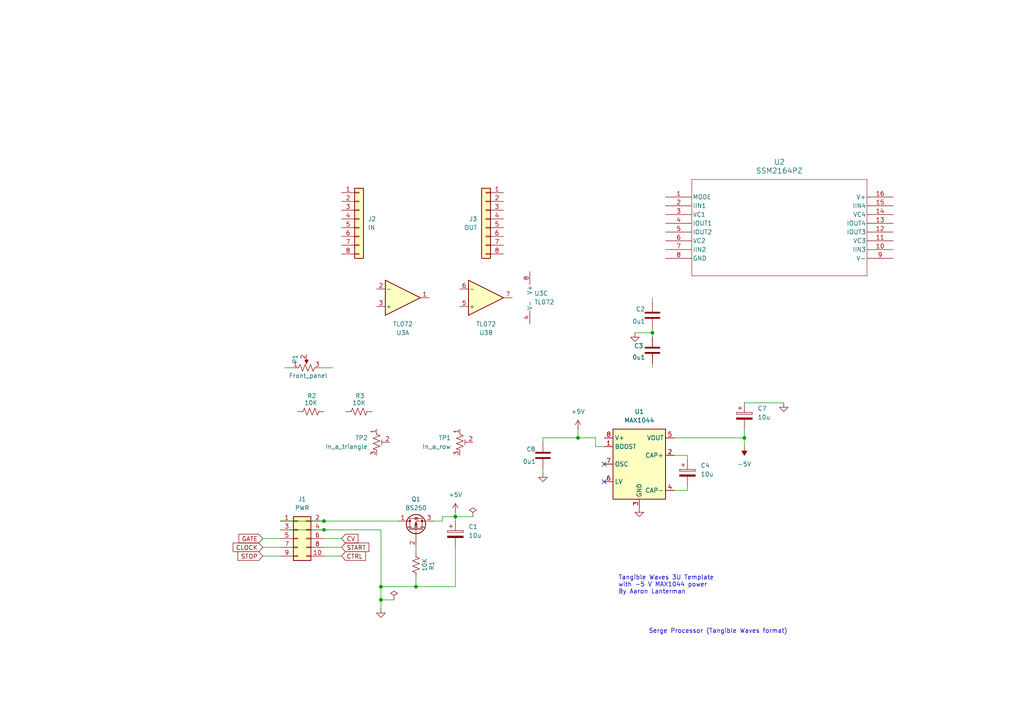
<source format=kicad_sch>
(kicad_sch
	(version 20250114)
	(generator "eeschema")
	(generator_version "9.0")
	(uuid "aa8cbc1e-db6c-4bf0-9f92-6790356ab5a9")
	(paper "A4")
	(lib_symbols
		(symbol "Amplifier_Operational:TL072"
			(pin_names
				(offset 0.127)
			)
			(exclude_from_sim no)
			(in_bom yes)
			(on_board yes)
			(property "Reference" "U"
				(at 0 5.08 0)
				(effects
					(font
						(size 1.27 1.27)
					)
					(justify left)
				)
			)
			(property "Value" "TL072"
				(at 0 -5.08 0)
				(effects
					(font
						(size 1.27 1.27)
					)
					(justify left)
				)
			)
			(property "Footprint" ""
				(at 0 0 0)
				(effects
					(font
						(size 1.27 1.27)
					)
					(hide yes)
				)
			)
			(property "Datasheet" "http://www.ti.com/lit/ds/symlink/tl071.pdf"
				(at 0 0 0)
				(effects
					(font
						(size 1.27 1.27)
					)
					(hide yes)
				)
			)
			(property "Description" "Dual Low-Noise JFET-Input Operational Amplifiers, DIP-8/SOIC-8"
				(at 0 0 0)
				(effects
					(font
						(size 1.27 1.27)
					)
					(hide yes)
				)
			)
			(property "ki_locked" ""
				(at 0 0 0)
				(effects
					(font
						(size 1.27 1.27)
					)
				)
			)
			(property "ki_keywords" "dual opamp"
				(at 0 0 0)
				(effects
					(font
						(size 1.27 1.27)
					)
					(hide yes)
				)
			)
			(property "ki_fp_filters" "SOIC*3.9x4.9mm*P1.27mm* DIP*W7.62mm* TO*99* OnSemi*Micro8* TSSOP*3x3mm*P0.65mm* TSSOP*4.4x3mm*P0.65mm* MSOP*3x3mm*P0.65mm* SSOP*3.9x4.9mm*P0.635mm* LFCSP*2x2mm*P0.5mm* *SIP* SOIC*5.3x6.2mm*P1.27mm*"
				(at 0 0 0)
				(effects
					(font
						(size 1.27 1.27)
					)
					(hide yes)
				)
			)
			(symbol "TL072_1_1"
				(polyline
					(pts
						(xy -5.08 5.08) (xy 5.08 0) (xy -5.08 -5.08) (xy -5.08 5.08)
					)
					(stroke
						(width 0.254)
						(type default)
					)
					(fill
						(type background)
					)
				)
				(pin input line
					(at -7.62 2.54 0)
					(length 2.54)
					(name "+"
						(effects
							(font
								(size 1.27 1.27)
							)
						)
					)
					(number "3"
						(effects
							(font
								(size 1.27 1.27)
							)
						)
					)
				)
				(pin input line
					(at -7.62 -2.54 0)
					(length 2.54)
					(name "-"
						(effects
							(font
								(size 1.27 1.27)
							)
						)
					)
					(number "2"
						(effects
							(font
								(size 1.27 1.27)
							)
						)
					)
				)
				(pin output line
					(at 7.62 0 180)
					(length 2.54)
					(name "~"
						(effects
							(font
								(size 1.27 1.27)
							)
						)
					)
					(number "1"
						(effects
							(font
								(size 1.27 1.27)
							)
						)
					)
				)
			)
			(symbol "TL072_2_1"
				(polyline
					(pts
						(xy -5.08 5.08) (xy 5.08 0) (xy -5.08 -5.08) (xy -5.08 5.08)
					)
					(stroke
						(width 0.254)
						(type default)
					)
					(fill
						(type background)
					)
				)
				(pin input line
					(at -7.62 2.54 0)
					(length 2.54)
					(name "+"
						(effects
							(font
								(size 1.27 1.27)
							)
						)
					)
					(number "5"
						(effects
							(font
								(size 1.27 1.27)
							)
						)
					)
				)
				(pin input line
					(at -7.62 -2.54 0)
					(length 2.54)
					(name "-"
						(effects
							(font
								(size 1.27 1.27)
							)
						)
					)
					(number "6"
						(effects
							(font
								(size 1.27 1.27)
							)
						)
					)
				)
				(pin output line
					(at 7.62 0 180)
					(length 2.54)
					(name "~"
						(effects
							(font
								(size 1.27 1.27)
							)
						)
					)
					(number "7"
						(effects
							(font
								(size 1.27 1.27)
							)
						)
					)
				)
			)
			(symbol "TL072_3_1"
				(pin power_in line
					(at -2.54 7.62 270)
					(length 3.81)
					(name "V+"
						(effects
							(font
								(size 1.27 1.27)
							)
						)
					)
					(number "8"
						(effects
							(font
								(size 1.27 1.27)
							)
						)
					)
				)
				(pin power_in line
					(at -2.54 -7.62 90)
					(length 3.81)
					(name "V-"
						(effects
							(font
								(size 1.27 1.27)
							)
						)
					)
					(number "4"
						(effects
							(font
								(size 1.27 1.27)
							)
						)
					)
				)
			)
			(embedded_fonts no)
		)
		(symbol "Connector_Generic:Conn_01x08"
			(pin_names
				(offset 1.016)
				(hide yes)
			)
			(exclude_from_sim no)
			(in_bom yes)
			(on_board yes)
			(property "Reference" "J"
				(at 0 10.16 0)
				(effects
					(font
						(size 1.27 1.27)
					)
				)
			)
			(property "Value" "Conn_01x08"
				(at 0 -12.7 0)
				(effects
					(font
						(size 1.27 1.27)
					)
				)
			)
			(property "Footprint" ""
				(at 0 0 0)
				(effects
					(font
						(size 1.27 1.27)
					)
					(hide yes)
				)
			)
			(property "Datasheet" "~"
				(at 0 0 0)
				(effects
					(font
						(size 1.27 1.27)
					)
					(hide yes)
				)
			)
			(property "Description" "Generic connector, single row, 01x08, script generated (kicad-library-utils/schlib/autogen/connector/)"
				(at 0 0 0)
				(effects
					(font
						(size 1.27 1.27)
					)
					(hide yes)
				)
			)
			(property "ki_keywords" "connector"
				(at 0 0 0)
				(effects
					(font
						(size 1.27 1.27)
					)
					(hide yes)
				)
			)
			(property "ki_fp_filters" "Connector*:*_1x??_*"
				(at 0 0 0)
				(effects
					(font
						(size 1.27 1.27)
					)
					(hide yes)
				)
			)
			(symbol "Conn_01x08_1_1"
				(rectangle
					(start -1.27 8.89)
					(end 1.27 -11.43)
					(stroke
						(width 0.254)
						(type default)
					)
					(fill
						(type background)
					)
				)
				(rectangle
					(start -1.27 7.747)
					(end 0 7.493)
					(stroke
						(width 0.1524)
						(type default)
					)
					(fill
						(type none)
					)
				)
				(rectangle
					(start -1.27 5.207)
					(end 0 4.953)
					(stroke
						(width 0.1524)
						(type default)
					)
					(fill
						(type none)
					)
				)
				(rectangle
					(start -1.27 2.667)
					(end 0 2.413)
					(stroke
						(width 0.1524)
						(type default)
					)
					(fill
						(type none)
					)
				)
				(rectangle
					(start -1.27 0.127)
					(end 0 -0.127)
					(stroke
						(width 0.1524)
						(type default)
					)
					(fill
						(type none)
					)
				)
				(rectangle
					(start -1.27 -2.413)
					(end 0 -2.667)
					(stroke
						(width 0.1524)
						(type default)
					)
					(fill
						(type none)
					)
				)
				(rectangle
					(start -1.27 -4.953)
					(end 0 -5.207)
					(stroke
						(width 0.1524)
						(type default)
					)
					(fill
						(type none)
					)
				)
				(rectangle
					(start -1.27 -7.493)
					(end 0 -7.747)
					(stroke
						(width 0.1524)
						(type default)
					)
					(fill
						(type none)
					)
				)
				(rectangle
					(start -1.27 -10.033)
					(end 0 -10.287)
					(stroke
						(width 0.1524)
						(type default)
					)
					(fill
						(type none)
					)
				)
				(pin passive line
					(at -5.08 7.62 0)
					(length 3.81)
					(name "Pin_1"
						(effects
							(font
								(size 1.27 1.27)
							)
						)
					)
					(number "1"
						(effects
							(font
								(size 1.27 1.27)
							)
						)
					)
				)
				(pin passive line
					(at -5.08 5.08 0)
					(length 3.81)
					(name "Pin_2"
						(effects
							(font
								(size 1.27 1.27)
							)
						)
					)
					(number "2"
						(effects
							(font
								(size 1.27 1.27)
							)
						)
					)
				)
				(pin passive line
					(at -5.08 2.54 0)
					(length 3.81)
					(name "Pin_3"
						(effects
							(font
								(size 1.27 1.27)
							)
						)
					)
					(number "3"
						(effects
							(font
								(size 1.27 1.27)
							)
						)
					)
				)
				(pin passive line
					(at -5.08 0 0)
					(length 3.81)
					(name "Pin_4"
						(effects
							(font
								(size 1.27 1.27)
							)
						)
					)
					(number "4"
						(effects
							(font
								(size 1.27 1.27)
							)
						)
					)
				)
				(pin passive line
					(at -5.08 -2.54 0)
					(length 3.81)
					(name "Pin_5"
						(effects
							(font
								(size 1.27 1.27)
							)
						)
					)
					(number "5"
						(effects
							(font
								(size 1.27 1.27)
							)
						)
					)
				)
				(pin passive line
					(at -5.08 -5.08 0)
					(length 3.81)
					(name "Pin_6"
						(effects
							(font
								(size 1.27 1.27)
							)
						)
					)
					(number "6"
						(effects
							(font
								(size 1.27 1.27)
							)
						)
					)
				)
				(pin passive line
					(at -5.08 -7.62 0)
					(length 3.81)
					(name "Pin_7"
						(effects
							(font
								(size 1.27 1.27)
							)
						)
					)
					(number "7"
						(effects
							(font
								(size 1.27 1.27)
							)
						)
					)
				)
				(pin passive line
					(at -5.08 -10.16 0)
					(length 3.81)
					(name "Pin_8"
						(effects
							(font
								(size 1.27 1.27)
							)
						)
					)
					(number "8"
						(effects
							(font
								(size 1.27 1.27)
							)
						)
					)
				)
			)
			(embedded_fonts no)
		)
		(symbol "Connector_Generic:Conn_02x05_Odd_Even"
			(pin_names
				(offset 1.016)
				(hide yes)
			)
			(exclude_from_sim no)
			(in_bom yes)
			(on_board yes)
			(property "Reference" "J"
				(at 1.27 7.62 0)
				(effects
					(font
						(size 1.27 1.27)
					)
				)
			)
			(property "Value" "Conn_02x05_Odd_Even"
				(at 1.27 -7.62 0)
				(effects
					(font
						(size 1.27 1.27)
					)
				)
			)
			(property "Footprint" ""
				(at 0 0 0)
				(effects
					(font
						(size 1.27 1.27)
					)
					(hide yes)
				)
			)
			(property "Datasheet" "~"
				(at 0 0 0)
				(effects
					(font
						(size 1.27 1.27)
					)
					(hide yes)
				)
			)
			(property "Description" "Generic connector, double row, 02x05, odd/even pin numbering scheme (row 1 odd numbers, row 2 even numbers), script generated (kicad-library-utils/schlib/autogen/connector/)"
				(at 0 0 0)
				(effects
					(font
						(size 1.27 1.27)
					)
					(hide yes)
				)
			)
			(property "ki_keywords" "connector"
				(at 0 0 0)
				(effects
					(font
						(size 1.27 1.27)
					)
					(hide yes)
				)
			)
			(property "ki_fp_filters" "Connector*:*_2x??_*"
				(at 0 0 0)
				(effects
					(font
						(size 1.27 1.27)
					)
					(hide yes)
				)
			)
			(symbol "Conn_02x05_Odd_Even_1_1"
				(rectangle
					(start -1.27 6.35)
					(end 3.81 -6.35)
					(stroke
						(width 0.254)
						(type default)
					)
					(fill
						(type background)
					)
				)
				(rectangle
					(start -1.27 5.207)
					(end 0 4.953)
					(stroke
						(width 0.1524)
						(type default)
					)
					(fill
						(type none)
					)
				)
				(rectangle
					(start -1.27 2.667)
					(end 0 2.413)
					(stroke
						(width 0.1524)
						(type default)
					)
					(fill
						(type none)
					)
				)
				(rectangle
					(start -1.27 0.127)
					(end 0 -0.127)
					(stroke
						(width 0.1524)
						(type default)
					)
					(fill
						(type none)
					)
				)
				(rectangle
					(start -1.27 -2.413)
					(end 0 -2.667)
					(stroke
						(width 0.1524)
						(type default)
					)
					(fill
						(type none)
					)
				)
				(rectangle
					(start -1.27 -4.953)
					(end 0 -5.207)
					(stroke
						(width 0.1524)
						(type default)
					)
					(fill
						(type none)
					)
				)
				(rectangle
					(start 3.81 5.207)
					(end 2.54 4.953)
					(stroke
						(width 0.1524)
						(type default)
					)
					(fill
						(type none)
					)
				)
				(rectangle
					(start 3.81 2.667)
					(end 2.54 2.413)
					(stroke
						(width 0.1524)
						(type default)
					)
					(fill
						(type none)
					)
				)
				(rectangle
					(start 3.81 0.127)
					(end 2.54 -0.127)
					(stroke
						(width 0.1524)
						(type default)
					)
					(fill
						(type none)
					)
				)
				(rectangle
					(start 3.81 -2.413)
					(end 2.54 -2.667)
					(stroke
						(width 0.1524)
						(type default)
					)
					(fill
						(type none)
					)
				)
				(rectangle
					(start 3.81 -4.953)
					(end 2.54 -5.207)
					(stroke
						(width 0.1524)
						(type default)
					)
					(fill
						(type none)
					)
				)
				(pin passive line
					(at -5.08 5.08 0)
					(length 3.81)
					(name "Pin_1"
						(effects
							(font
								(size 1.27 1.27)
							)
						)
					)
					(number "1"
						(effects
							(font
								(size 1.27 1.27)
							)
						)
					)
				)
				(pin passive line
					(at -5.08 2.54 0)
					(length 3.81)
					(name "Pin_3"
						(effects
							(font
								(size 1.27 1.27)
							)
						)
					)
					(number "3"
						(effects
							(font
								(size 1.27 1.27)
							)
						)
					)
				)
				(pin passive line
					(at -5.08 0 0)
					(length 3.81)
					(name "Pin_5"
						(effects
							(font
								(size 1.27 1.27)
							)
						)
					)
					(number "5"
						(effects
							(font
								(size 1.27 1.27)
							)
						)
					)
				)
				(pin passive line
					(at -5.08 -2.54 0)
					(length 3.81)
					(name "Pin_7"
						(effects
							(font
								(size 1.27 1.27)
							)
						)
					)
					(number "7"
						(effects
							(font
								(size 1.27 1.27)
							)
						)
					)
				)
				(pin passive line
					(at -5.08 -5.08 0)
					(length 3.81)
					(name "Pin_9"
						(effects
							(font
								(size 1.27 1.27)
							)
						)
					)
					(number "9"
						(effects
							(font
								(size 1.27 1.27)
							)
						)
					)
				)
				(pin passive line
					(at 7.62 5.08 180)
					(length 3.81)
					(name "Pin_2"
						(effects
							(font
								(size 1.27 1.27)
							)
						)
					)
					(number "2"
						(effects
							(font
								(size 1.27 1.27)
							)
						)
					)
				)
				(pin passive line
					(at 7.62 2.54 180)
					(length 3.81)
					(name "Pin_4"
						(effects
							(font
								(size 1.27 1.27)
							)
						)
					)
					(number "4"
						(effects
							(font
								(size 1.27 1.27)
							)
						)
					)
				)
				(pin passive line
					(at 7.62 0 180)
					(length 3.81)
					(name "Pin_6"
						(effects
							(font
								(size 1.27 1.27)
							)
						)
					)
					(number "6"
						(effects
							(font
								(size 1.27 1.27)
							)
						)
					)
				)
				(pin passive line
					(at 7.62 -2.54 180)
					(length 3.81)
					(name "Pin_8"
						(effects
							(font
								(size 1.27 1.27)
							)
						)
					)
					(number "8"
						(effects
							(font
								(size 1.27 1.27)
							)
						)
					)
				)
				(pin passive line
					(at 7.62 -5.08 180)
					(length 3.81)
					(name "Pin_10"
						(effects
							(font
								(size 1.27 1.27)
							)
						)
					)
					(number "10"
						(effects
							(font
								(size 1.27 1.27)
							)
						)
					)
				)
			)
			(embedded_fonts no)
		)
		(symbol "Device:C"
			(pin_numbers
				(hide yes)
			)
			(pin_names
				(offset 0.254)
			)
			(exclude_from_sim no)
			(in_bom yes)
			(on_board yes)
			(property "Reference" "C"
				(at 0.635 2.54 0)
				(effects
					(font
						(size 1.27 1.27)
					)
					(justify left)
				)
			)
			(property "Value" "C"
				(at 0.635 -2.54 0)
				(effects
					(font
						(size 1.27 1.27)
					)
					(justify left)
				)
			)
			(property "Footprint" ""
				(at 0.9652 -3.81 0)
				(effects
					(font
						(size 1.27 1.27)
					)
					(hide yes)
				)
			)
			(property "Datasheet" "~"
				(at 0 0 0)
				(effects
					(font
						(size 1.27 1.27)
					)
					(hide yes)
				)
			)
			(property "Description" "Unpolarized capacitor"
				(at 0 0 0)
				(effects
					(font
						(size 1.27 1.27)
					)
					(hide yes)
				)
			)
			(property "ki_keywords" "cap capacitor"
				(at 0 0 0)
				(effects
					(font
						(size 1.27 1.27)
					)
					(hide yes)
				)
			)
			(property "ki_fp_filters" "C_*"
				(at 0 0 0)
				(effects
					(font
						(size 1.27 1.27)
					)
					(hide yes)
				)
			)
			(symbol "C_0_1"
				(polyline
					(pts
						(xy -2.032 0.762) (xy 2.032 0.762)
					)
					(stroke
						(width 0.508)
						(type default)
					)
					(fill
						(type none)
					)
				)
				(polyline
					(pts
						(xy -2.032 -0.762) (xy 2.032 -0.762)
					)
					(stroke
						(width 0.508)
						(type default)
					)
					(fill
						(type none)
					)
				)
			)
			(symbol "C_1_1"
				(pin passive line
					(at 0 3.81 270)
					(length 2.794)
					(name "~"
						(effects
							(font
								(size 1.27 1.27)
							)
						)
					)
					(number "1"
						(effects
							(font
								(size 1.27 1.27)
							)
						)
					)
				)
				(pin passive line
					(at 0 -3.81 90)
					(length 2.794)
					(name "~"
						(effects
							(font
								(size 1.27 1.27)
							)
						)
					)
					(number "2"
						(effects
							(font
								(size 1.27 1.27)
							)
						)
					)
				)
			)
			(embedded_fonts no)
		)
		(symbol "Device:C_Polarized"
			(pin_numbers
				(hide yes)
			)
			(pin_names
				(offset 0.254)
			)
			(exclude_from_sim no)
			(in_bom yes)
			(on_board yes)
			(property "Reference" "C"
				(at 0.635 2.54 0)
				(effects
					(font
						(size 1.27 1.27)
					)
					(justify left)
				)
			)
			(property "Value" "C_Polarized"
				(at 0.635 -2.54 0)
				(effects
					(font
						(size 1.27 1.27)
					)
					(justify left)
				)
			)
			(property "Footprint" ""
				(at 0.9652 -3.81 0)
				(effects
					(font
						(size 1.27 1.27)
					)
					(hide yes)
				)
			)
			(property "Datasheet" "~"
				(at 0 0 0)
				(effects
					(font
						(size 1.27 1.27)
					)
					(hide yes)
				)
			)
			(property "Description" "Polarized capacitor"
				(at 0 0 0)
				(effects
					(font
						(size 1.27 1.27)
					)
					(hide yes)
				)
			)
			(property "ki_keywords" "cap capacitor"
				(at 0 0 0)
				(effects
					(font
						(size 1.27 1.27)
					)
					(hide yes)
				)
			)
			(property "ki_fp_filters" "CP_*"
				(at 0 0 0)
				(effects
					(font
						(size 1.27 1.27)
					)
					(hide yes)
				)
			)
			(symbol "C_Polarized_0_1"
				(rectangle
					(start -2.286 0.508)
					(end 2.286 1.016)
					(stroke
						(width 0)
						(type default)
					)
					(fill
						(type none)
					)
				)
				(polyline
					(pts
						(xy -1.778 2.286) (xy -0.762 2.286)
					)
					(stroke
						(width 0)
						(type default)
					)
					(fill
						(type none)
					)
				)
				(polyline
					(pts
						(xy -1.27 2.794) (xy -1.27 1.778)
					)
					(stroke
						(width 0)
						(type default)
					)
					(fill
						(type none)
					)
				)
				(rectangle
					(start 2.286 -0.508)
					(end -2.286 -1.016)
					(stroke
						(width 0)
						(type default)
					)
					(fill
						(type outline)
					)
				)
			)
			(symbol "C_Polarized_1_1"
				(pin passive line
					(at 0 3.81 270)
					(length 2.794)
					(name "~"
						(effects
							(font
								(size 1.27 1.27)
							)
						)
					)
					(number "1"
						(effects
							(font
								(size 1.27 1.27)
							)
						)
					)
				)
				(pin passive line
					(at 0 -3.81 90)
					(length 2.794)
					(name "~"
						(effects
							(font
								(size 1.27 1.27)
							)
						)
					)
					(number "2"
						(effects
							(font
								(size 1.27 1.27)
							)
						)
					)
				)
			)
			(embedded_fonts no)
		)
		(symbol "Device:R_Potentiometer_Trim_US"
			(pin_names
				(offset 1.016)
				(hide yes)
			)
			(exclude_from_sim no)
			(in_bom yes)
			(on_board yes)
			(property "Reference" "RV"
				(at -4.445 0 90)
				(effects
					(font
						(size 1.27 1.27)
					)
				)
			)
			(property "Value" "R_Potentiometer_Trim_US"
				(at -2.54 0 90)
				(effects
					(font
						(size 1.27 1.27)
					)
				)
			)
			(property "Footprint" ""
				(at 0 0 0)
				(effects
					(font
						(size 1.27 1.27)
					)
					(hide yes)
				)
			)
			(property "Datasheet" "~"
				(at 0 0 0)
				(effects
					(font
						(size 1.27 1.27)
					)
					(hide yes)
				)
			)
			(property "Description" "Trim-potentiometer, US symbol"
				(at 0 0 0)
				(effects
					(font
						(size 1.27 1.27)
					)
					(hide yes)
				)
			)
			(property "ki_keywords" "resistor variable trimpot trimmer"
				(at 0 0 0)
				(effects
					(font
						(size 1.27 1.27)
					)
					(hide yes)
				)
			)
			(property "ki_fp_filters" "Potentiometer*"
				(at 0 0 0)
				(effects
					(font
						(size 1.27 1.27)
					)
					(hide yes)
				)
			)
			(symbol "R_Potentiometer_Trim_US_0_1"
				(polyline
					(pts
						(xy 0 2.286) (xy 0 2.54)
					)
					(stroke
						(width 0)
						(type default)
					)
					(fill
						(type none)
					)
				)
				(polyline
					(pts
						(xy 0 2.286) (xy 1.016 1.905) (xy 0 1.524) (xy -1.016 1.143) (xy 0 0.762)
					)
					(stroke
						(width 0)
						(type default)
					)
					(fill
						(type none)
					)
				)
				(polyline
					(pts
						(xy 0 0.762) (xy 1.016 0.381) (xy 0 0) (xy -1.016 -0.381) (xy 0 -0.762)
					)
					(stroke
						(width 0)
						(type default)
					)
					(fill
						(type none)
					)
				)
				(polyline
					(pts
						(xy 0 -0.762) (xy 1.016 -1.143) (xy 0 -1.524) (xy -1.016 -1.905) (xy 0 -2.286)
					)
					(stroke
						(width 0)
						(type default)
					)
					(fill
						(type none)
					)
				)
				(polyline
					(pts
						(xy 0 -2.286) (xy 0 -2.54)
					)
					(stroke
						(width 0)
						(type default)
					)
					(fill
						(type none)
					)
				)
				(polyline
					(pts
						(xy 1.524 0.762) (xy 1.524 -0.762)
					)
					(stroke
						(width 0)
						(type default)
					)
					(fill
						(type none)
					)
				)
				(polyline
					(pts
						(xy 2.54 0) (xy 1.524 0)
					)
					(stroke
						(width 0)
						(type default)
					)
					(fill
						(type none)
					)
				)
			)
			(symbol "R_Potentiometer_Trim_US_1_1"
				(pin passive line
					(at 0 3.81 270)
					(length 1.27)
					(name "1"
						(effects
							(font
								(size 1.27 1.27)
							)
						)
					)
					(number "1"
						(effects
							(font
								(size 1.27 1.27)
							)
						)
					)
				)
				(pin passive line
					(at 0 -3.81 90)
					(length 1.27)
					(name "3"
						(effects
							(font
								(size 1.27 1.27)
							)
						)
					)
					(number "3"
						(effects
							(font
								(size 1.27 1.27)
							)
						)
					)
				)
				(pin passive line
					(at 3.81 0 180)
					(length 1.27)
					(name "2"
						(effects
							(font
								(size 1.27 1.27)
							)
						)
					)
					(number "2"
						(effects
							(font
								(size 1.27 1.27)
							)
						)
					)
				)
			)
			(embedded_fonts no)
		)
		(symbol "Device:R_Potentiometer_US"
			(pin_names
				(offset 1.016)
				(hide yes)
			)
			(exclude_from_sim no)
			(in_bom yes)
			(on_board yes)
			(property "Reference" "RV"
				(at -4.445 0 90)
				(effects
					(font
						(size 1.27 1.27)
					)
				)
			)
			(property "Value" "R_Potentiometer_US"
				(at -2.54 0 90)
				(effects
					(font
						(size 1.27 1.27)
					)
				)
			)
			(property "Footprint" ""
				(at 0 0 0)
				(effects
					(font
						(size 1.27 1.27)
					)
					(hide yes)
				)
			)
			(property "Datasheet" "~"
				(at 0 0 0)
				(effects
					(font
						(size 1.27 1.27)
					)
					(hide yes)
				)
			)
			(property "Description" "Potentiometer, US symbol"
				(at 0 0 0)
				(effects
					(font
						(size 1.27 1.27)
					)
					(hide yes)
				)
			)
			(property "ki_keywords" "resistor variable"
				(at 0 0 0)
				(effects
					(font
						(size 1.27 1.27)
					)
					(hide yes)
				)
			)
			(property "ki_fp_filters" "Potentiometer*"
				(at 0 0 0)
				(effects
					(font
						(size 1.27 1.27)
					)
					(hide yes)
				)
			)
			(symbol "R_Potentiometer_US_0_1"
				(polyline
					(pts
						(xy 0 2.54) (xy 0 2.286)
					)
					(stroke
						(width 0)
						(type default)
					)
					(fill
						(type none)
					)
				)
				(polyline
					(pts
						(xy 0 2.286) (xy 1.016 1.905) (xy 0 1.524) (xy -1.016 1.143) (xy 0 0.762)
					)
					(stroke
						(width 0)
						(type default)
					)
					(fill
						(type none)
					)
				)
				(polyline
					(pts
						(xy 0 0.762) (xy 1.016 0.381) (xy 0 0) (xy -1.016 -0.381) (xy 0 -0.762)
					)
					(stroke
						(width 0)
						(type default)
					)
					(fill
						(type none)
					)
				)
				(polyline
					(pts
						(xy 0 -0.762) (xy 1.016 -1.143) (xy 0 -1.524) (xy -1.016 -1.905) (xy 0 -2.286)
					)
					(stroke
						(width 0)
						(type default)
					)
					(fill
						(type none)
					)
				)
				(polyline
					(pts
						(xy 0 -2.286) (xy 0 -2.54)
					)
					(stroke
						(width 0)
						(type default)
					)
					(fill
						(type none)
					)
				)
				(polyline
					(pts
						(xy 1.143 0) (xy 2.286 0.508) (xy 2.286 -0.508) (xy 1.143 0)
					)
					(stroke
						(width 0)
						(type default)
					)
					(fill
						(type outline)
					)
				)
				(polyline
					(pts
						(xy 2.54 0) (xy 1.524 0)
					)
					(stroke
						(width 0)
						(type default)
					)
					(fill
						(type none)
					)
				)
			)
			(symbol "R_Potentiometer_US_1_1"
				(pin passive line
					(at 0 3.81 270)
					(length 1.27)
					(name "1"
						(effects
							(font
								(size 1.27 1.27)
							)
						)
					)
					(number "1"
						(effects
							(font
								(size 1.27 1.27)
							)
						)
					)
				)
				(pin passive line
					(at 0 -3.81 90)
					(length 1.27)
					(name "3"
						(effects
							(font
								(size 1.27 1.27)
							)
						)
					)
					(number "3"
						(effects
							(font
								(size 1.27 1.27)
							)
						)
					)
				)
				(pin passive line
					(at 3.81 0 180)
					(length 1.27)
					(name "2"
						(effects
							(font
								(size 1.27 1.27)
							)
						)
					)
					(number "2"
						(effects
							(font
								(size 1.27 1.27)
							)
						)
					)
				)
			)
			(embedded_fonts no)
		)
		(symbol "Device:R_US"
			(pin_numbers
				(hide yes)
			)
			(pin_names
				(offset 0)
			)
			(exclude_from_sim no)
			(in_bom yes)
			(on_board yes)
			(property "Reference" "R"
				(at 2.54 0 90)
				(effects
					(font
						(size 1.27 1.27)
					)
				)
			)
			(property "Value" "R_US"
				(at -2.54 0 90)
				(effects
					(font
						(size 1.27 1.27)
					)
				)
			)
			(property "Footprint" ""
				(at 1.016 -0.254 90)
				(effects
					(font
						(size 1.27 1.27)
					)
					(hide yes)
				)
			)
			(property "Datasheet" "~"
				(at 0 0 0)
				(effects
					(font
						(size 1.27 1.27)
					)
					(hide yes)
				)
			)
			(property "Description" "Resistor, US symbol"
				(at 0 0 0)
				(effects
					(font
						(size 1.27 1.27)
					)
					(hide yes)
				)
			)
			(property "ki_keywords" "R res resistor"
				(at 0 0 0)
				(effects
					(font
						(size 1.27 1.27)
					)
					(hide yes)
				)
			)
			(property "ki_fp_filters" "R_*"
				(at 0 0 0)
				(effects
					(font
						(size 1.27 1.27)
					)
					(hide yes)
				)
			)
			(symbol "R_US_0_1"
				(polyline
					(pts
						(xy 0 2.286) (xy 0 2.54)
					)
					(stroke
						(width 0)
						(type default)
					)
					(fill
						(type none)
					)
				)
				(polyline
					(pts
						(xy 0 2.286) (xy 1.016 1.905) (xy 0 1.524) (xy -1.016 1.143) (xy 0 0.762)
					)
					(stroke
						(width 0)
						(type default)
					)
					(fill
						(type none)
					)
				)
				(polyline
					(pts
						(xy 0 0.762) (xy 1.016 0.381) (xy 0 0) (xy -1.016 -0.381) (xy 0 -0.762)
					)
					(stroke
						(width 0)
						(type default)
					)
					(fill
						(type none)
					)
				)
				(polyline
					(pts
						(xy 0 -0.762) (xy 1.016 -1.143) (xy 0 -1.524) (xy -1.016 -1.905) (xy 0 -2.286)
					)
					(stroke
						(width 0)
						(type default)
					)
					(fill
						(type none)
					)
				)
				(polyline
					(pts
						(xy 0 -2.286) (xy 0 -2.54)
					)
					(stroke
						(width 0)
						(type default)
					)
					(fill
						(type none)
					)
				)
			)
			(symbol "R_US_1_1"
				(pin passive line
					(at 0 3.81 270)
					(length 1.27)
					(name "~"
						(effects
							(font
								(size 1.27 1.27)
							)
						)
					)
					(number "1"
						(effects
							(font
								(size 1.27 1.27)
							)
						)
					)
				)
				(pin passive line
					(at 0 -3.81 90)
					(length 1.27)
					(name "~"
						(effects
							(font
								(size 1.27 1.27)
							)
						)
					)
					(number "2"
						(effects
							(font
								(size 1.27 1.27)
							)
						)
					)
				)
			)
			(embedded_fonts no)
		)
		(symbol "Regulator_SwitchedCapacitor:LTC1044"
			(exclude_from_sim no)
			(in_bom yes)
			(on_board yes)
			(property "Reference" "U"
				(at -6.35 11.43 0)
				(effects
					(font
						(size 1.27 1.27)
					)
				)
			)
			(property "Value" "LTC1044"
				(at 3.81 11.43 0)
				(effects
					(font
						(size 1.27 1.27)
					)
				)
			)
			(property "Footprint" ""
				(at 2.54 -2.54 0)
				(effects
					(font
						(size 1.27 1.27)
					)
					(hide yes)
				)
			)
			(property "Datasheet" "https://www.analog.com/media/en/technical-documentation/data-sheets/lt1044.pdf"
				(at 2.54 -2.54 0)
				(effects
					(font
						(size 1.27 1.27)
					)
					(hide yes)
				)
			)
			(property "Description" "Switched Capacitor Voltage Converter, 1.5V to 9V supply operation, 200uA Max No Load Supply Current at 5V, DIP-8/TO-99"
				(at 0 0 0)
				(effects
					(font
						(size 1.27 1.27)
					)
					(hide yes)
				)
			)
			(property "ki_keywords" "monolithic CMOS switched capacitor voltage converter invert double divide multiply boost"
				(at 0 0 0)
				(effects
					(font
						(size 1.27 1.27)
					)
					(hide yes)
				)
			)
			(property "ki_fp_filters" "DIP*W7.62mm* TO?99*"
				(at 0 0 0)
				(effects
					(font
						(size 1.27 1.27)
					)
					(hide yes)
				)
			)
			(symbol "LTC1044_0_1"
				(rectangle
					(start -7.62 10.16)
					(end 7.62 -10.16)
					(stroke
						(width 0.254)
						(type default)
					)
					(fill
						(type background)
					)
				)
			)
			(symbol "LTC1044_1_1"
				(pin power_in line
					(at -10.16 7.62 0)
					(length 2.54)
					(name "V+"
						(effects
							(font
								(size 1.27 1.27)
							)
						)
					)
					(number "8"
						(effects
							(font
								(size 1.27 1.27)
							)
						)
					)
				)
				(pin input line
					(at -10.16 5.08 0)
					(length 2.54)
					(name "BOOST"
						(effects
							(font
								(size 1.27 1.27)
							)
						)
					)
					(number "1"
						(effects
							(font
								(size 1.27 1.27)
							)
						)
					)
				)
				(pin input line
					(at -10.16 0 0)
					(length 2.54)
					(name "OSC"
						(effects
							(font
								(size 1.27 1.27)
							)
						)
					)
					(number "7"
						(effects
							(font
								(size 1.27 1.27)
							)
						)
					)
				)
				(pin input line
					(at -10.16 -5.08 0)
					(length 2.54)
					(name "LV"
						(effects
							(font
								(size 1.27 1.27)
							)
						)
					)
					(number "6"
						(effects
							(font
								(size 1.27 1.27)
							)
						)
					)
				)
				(pin power_in line
					(at 0 -12.7 90)
					(length 2.54)
					(name "GND"
						(effects
							(font
								(size 1.27 1.27)
							)
						)
					)
					(number "3"
						(effects
							(font
								(size 1.27 1.27)
							)
						)
					)
				)
				(pin power_out line
					(at 10.16 7.62 180)
					(length 2.54)
					(name "VOUT"
						(effects
							(font
								(size 1.27 1.27)
							)
						)
					)
					(number "5"
						(effects
							(font
								(size 1.27 1.27)
							)
						)
					)
				)
				(pin input line
					(at 10.16 2.54 180)
					(length 2.54)
					(name "CAP+"
						(effects
							(font
								(size 1.27 1.27)
							)
						)
					)
					(number "2"
						(effects
							(font
								(size 1.27 1.27)
							)
						)
					)
				)
				(pin input line
					(at 10.16 -7.62 180)
					(length 2.54)
					(name "CAP-"
						(effects
							(font
								(size 1.27 1.27)
							)
						)
					)
					(number "4"
						(effects
							(font
								(size 1.27 1.27)
							)
						)
					)
				)
			)
			(embedded_fonts no)
		)
		(symbol "SSM2164:SSM2164PZ"
			(pin_names
				(offset 0.254)
			)
			(exclude_from_sim no)
			(in_bom yes)
			(on_board yes)
			(property "Reference" "U"
				(at 33.02 10.16 0)
				(effects
					(font
						(size 1.524 1.524)
					)
				)
			)
			(property "Value" "SSM2164PZ"
				(at 33.02 7.62 0)
				(effects
					(font
						(size 1.524 1.524)
					)
				)
			)
			(property "Footprint" "N_16_ADI"
				(at 0 0 0)
				(effects
					(font
						(size 1.27 1.27)
						(italic yes)
					)
					(hide yes)
				)
			)
			(property "Datasheet" "SSM2164PZ"
				(at 0 0 0)
				(effects
					(font
						(size 1.27 1.27)
						(italic yes)
					)
					(hide yes)
				)
			)
			(property "Description" ""
				(at 0 0 0)
				(effects
					(font
						(size 1.27 1.27)
					)
					(hide yes)
				)
			)
			(property "ki_locked" ""
				(at 0 0 0)
				(effects
					(font
						(size 1.27 1.27)
					)
				)
			)
			(property "ki_keywords" "SSM2164PZ"
				(at 0 0 0)
				(effects
					(font
						(size 1.27 1.27)
					)
					(hide yes)
				)
			)
			(property "ki_fp_filters" "N_16_ADI"
				(at 0 0 0)
				(effects
					(font
						(size 1.27 1.27)
					)
					(hide yes)
				)
			)
			(symbol "SSM2164PZ_0_1"
				(polyline
					(pts
						(xy 7.62 5.08) (xy 7.62 -22.86)
					)
					(stroke
						(width 0.127)
						(type default)
					)
					(fill
						(type none)
					)
				)
				(polyline
					(pts
						(xy 7.62 -22.86) (xy 58.42 -22.86)
					)
					(stroke
						(width 0.127)
						(type default)
					)
					(fill
						(type none)
					)
				)
				(polyline
					(pts
						(xy 58.42 5.08) (xy 7.62 5.08)
					)
					(stroke
						(width 0.127)
						(type default)
					)
					(fill
						(type none)
					)
				)
				(polyline
					(pts
						(xy 58.42 -22.86) (xy 58.42 5.08)
					)
					(stroke
						(width 0.127)
						(type default)
					)
					(fill
						(type none)
					)
				)
				(pin unspecified line
					(at 0 0 0)
					(length 7.62)
					(name "MODE"
						(effects
							(font
								(size 1.27 1.27)
							)
						)
					)
					(number "1"
						(effects
							(font
								(size 1.27 1.27)
							)
						)
					)
				)
				(pin unspecified line
					(at 0 -2.54 0)
					(length 7.62)
					(name "IIN1"
						(effects
							(font
								(size 1.27 1.27)
							)
						)
					)
					(number "2"
						(effects
							(font
								(size 1.27 1.27)
							)
						)
					)
				)
				(pin power_in line
					(at 0 -5.08 0)
					(length 7.62)
					(name "VC1"
						(effects
							(font
								(size 1.27 1.27)
							)
						)
					)
					(number "3"
						(effects
							(font
								(size 1.27 1.27)
							)
						)
					)
				)
				(pin unspecified line
					(at 0 -7.62 0)
					(length 7.62)
					(name "IOUT1"
						(effects
							(font
								(size 1.27 1.27)
							)
						)
					)
					(number "4"
						(effects
							(font
								(size 1.27 1.27)
							)
						)
					)
				)
				(pin unspecified line
					(at 0 -10.16 0)
					(length 7.62)
					(name "IOUT2"
						(effects
							(font
								(size 1.27 1.27)
							)
						)
					)
					(number "5"
						(effects
							(font
								(size 1.27 1.27)
							)
						)
					)
				)
				(pin power_in line
					(at 0 -12.7 0)
					(length 7.62)
					(name "VC2"
						(effects
							(font
								(size 1.27 1.27)
							)
						)
					)
					(number "6"
						(effects
							(font
								(size 1.27 1.27)
							)
						)
					)
				)
				(pin unspecified line
					(at 0 -15.24 0)
					(length 7.62)
					(name "IIN2"
						(effects
							(font
								(size 1.27 1.27)
							)
						)
					)
					(number "7"
						(effects
							(font
								(size 1.27 1.27)
							)
						)
					)
				)
				(pin unspecified line
					(at 0 -17.78 0)
					(length 7.62)
					(name "GND"
						(effects
							(font
								(size 1.27 1.27)
							)
						)
					)
					(number "8"
						(effects
							(font
								(size 1.27 1.27)
							)
						)
					)
				)
				(pin power_in line
					(at 66.04 0 180)
					(length 7.62)
					(name "V+"
						(effects
							(font
								(size 1.27 1.27)
							)
						)
					)
					(number "16"
						(effects
							(font
								(size 1.27 1.27)
							)
						)
					)
				)
				(pin unspecified line
					(at 66.04 -2.54 180)
					(length 7.62)
					(name "IIN4"
						(effects
							(font
								(size 1.27 1.27)
							)
						)
					)
					(number "15"
						(effects
							(font
								(size 1.27 1.27)
							)
						)
					)
				)
				(pin power_in line
					(at 66.04 -5.08 180)
					(length 7.62)
					(name "VC4"
						(effects
							(font
								(size 1.27 1.27)
							)
						)
					)
					(number "14"
						(effects
							(font
								(size 1.27 1.27)
							)
						)
					)
				)
				(pin unspecified line
					(at 66.04 -7.62 180)
					(length 7.62)
					(name "IOUT4"
						(effects
							(font
								(size 1.27 1.27)
							)
						)
					)
					(number "13"
						(effects
							(font
								(size 1.27 1.27)
							)
						)
					)
				)
				(pin unspecified line
					(at 66.04 -10.16 180)
					(length 7.62)
					(name "IOUT3"
						(effects
							(font
								(size 1.27 1.27)
							)
						)
					)
					(number "12"
						(effects
							(font
								(size 1.27 1.27)
							)
						)
					)
				)
				(pin power_in line
					(at 66.04 -12.7 180)
					(length 7.62)
					(name "VC3"
						(effects
							(font
								(size 1.27 1.27)
							)
						)
					)
					(number "11"
						(effects
							(font
								(size 1.27 1.27)
							)
						)
					)
				)
				(pin unspecified line
					(at 66.04 -15.24 180)
					(length 7.62)
					(name "IIN3"
						(effects
							(font
								(size 1.27 1.27)
							)
						)
					)
					(number "10"
						(effects
							(font
								(size 1.27 1.27)
							)
						)
					)
				)
				(pin power_in line
					(at 66.04 -17.78 180)
					(length 7.62)
					(name "V-"
						(effects
							(font
								(size 1.27 1.27)
							)
						)
					)
					(number "9"
						(effects
							(font
								(size 1.27 1.27)
							)
						)
					)
				)
			)
			(embedded_fonts no)
		)
		(symbol "Transistor_FET:BS250"
			(pin_names
				(hide yes)
			)
			(exclude_from_sim no)
			(in_bom yes)
			(on_board yes)
			(property "Reference" "Q"
				(at 5.08 1.905 0)
				(effects
					(font
						(size 1.27 1.27)
					)
					(justify left)
				)
			)
			(property "Value" "BS250"
				(at 5.08 0 0)
				(effects
					(font
						(size 1.27 1.27)
					)
					(justify left)
				)
			)
			(property "Footprint" "Package_TO_SOT_THT:TO-92_Inline"
				(at 5.08 -1.905 0)
				(effects
					(font
						(size 1.27 1.27)
						(italic yes)
					)
					(justify left)
					(hide yes)
				)
			)
			(property "Datasheet" "http://www.vishay.com/docs/70209/70209.pdf"
				(at 5.08 -3.81 0)
				(effects
					(font
						(size 1.27 1.27)
					)
					(justify left)
					(hide yes)
				)
			)
			(property "Description" "-0.18A Id, -45V Vds, P-Channel MOSFET, TO-92"
				(at 0 0 0)
				(effects
					(font
						(size 1.27 1.27)
					)
					(hide yes)
				)
			)
			(property "ki_keywords" "P-Channel MOSFET"
				(at 0 0 0)
				(effects
					(font
						(size 1.27 1.27)
					)
					(hide yes)
				)
			)
			(property "ki_fp_filters" "TO?92*"
				(at 0 0 0)
				(effects
					(font
						(size 1.27 1.27)
					)
					(hide yes)
				)
			)
			(symbol "BS250_0_1"
				(polyline
					(pts
						(xy 0.254 1.905) (xy 0.254 -1.905)
					)
					(stroke
						(width 0.254)
						(type default)
					)
					(fill
						(type none)
					)
				)
				(polyline
					(pts
						(xy 0.254 0) (xy -2.54 0)
					)
					(stroke
						(width 0)
						(type default)
					)
					(fill
						(type none)
					)
				)
				(polyline
					(pts
						(xy 0.762 2.286) (xy 0.762 1.27)
					)
					(stroke
						(width 0.254)
						(type default)
					)
					(fill
						(type none)
					)
				)
				(polyline
					(pts
						(xy 0.762 1.778) (xy 3.302 1.778) (xy 3.302 -1.778) (xy 0.762 -1.778)
					)
					(stroke
						(width 0)
						(type default)
					)
					(fill
						(type none)
					)
				)
				(polyline
					(pts
						(xy 0.762 0.508) (xy 0.762 -0.508)
					)
					(stroke
						(width 0.254)
						(type default)
					)
					(fill
						(type none)
					)
				)
				(polyline
					(pts
						(xy 0.762 -1.27) (xy 0.762 -2.286)
					)
					(stroke
						(width 0.254)
						(type default)
					)
					(fill
						(type none)
					)
				)
				(circle
					(center 1.651 0)
					(radius 2.794)
					(stroke
						(width 0.254)
						(type default)
					)
					(fill
						(type none)
					)
				)
				(polyline
					(pts
						(xy 2.286 0) (xy 1.27 0.381) (xy 1.27 -0.381) (xy 2.286 0)
					)
					(stroke
						(width 0)
						(type default)
					)
					(fill
						(type outline)
					)
				)
				(polyline
					(pts
						(xy 2.54 2.54) (xy 2.54 1.778)
					)
					(stroke
						(width 0)
						(type default)
					)
					(fill
						(type none)
					)
				)
				(circle
					(center 2.54 1.778)
					(radius 0.254)
					(stroke
						(width 0)
						(type default)
					)
					(fill
						(type outline)
					)
				)
				(circle
					(center 2.54 -1.778)
					(radius 0.254)
					(stroke
						(width 0)
						(type default)
					)
					(fill
						(type outline)
					)
				)
				(polyline
					(pts
						(xy 2.54 -2.54) (xy 2.54 0) (xy 0.762 0)
					)
					(stroke
						(width 0)
						(type default)
					)
					(fill
						(type none)
					)
				)
				(polyline
					(pts
						(xy 2.794 -0.508) (xy 2.921 -0.381) (xy 3.683 -0.381) (xy 3.81 -0.254)
					)
					(stroke
						(width 0)
						(type default)
					)
					(fill
						(type none)
					)
				)
				(polyline
					(pts
						(xy 3.302 -0.381) (xy 2.921 0.254) (xy 3.683 0.254) (xy 3.302 -0.381)
					)
					(stroke
						(width 0)
						(type default)
					)
					(fill
						(type none)
					)
				)
			)
			(symbol "BS250_1_1"
				(pin input line
					(at -5.08 0 0)
					(length 2.54)
					(name "G"
						(effects
							(font
								(size 1.27 1.27)
							)
						)
					)
					(number "2"
						(effects
							(font
								(size 1.27 1.27)
							)
						)
					)
				)
				(pin passive line
					(at 2.54 5.08 270)
					(length 2.54)
					(name "D"
						(effects
							(font
								(size 1.27 1.27)
							)
						)
					)
					(number "1"
						(effects
							(font
								(size 1.27 1.27)
							)
						)
					)
				)
				(pin passive line
					(at 2.54 -5.08 90)
					(length 2.54)
					(name "S"
						(effects
							(font
								(size 1.27 1.27)
							)
						)
					)
					(number "3"
						(effects
							(font
								(size 1.27 1.27)
							)
						)
					)
				)
			)
			(embedded_fonts no)
		)
		(symbol "power:+5V"
			(power)
			(pin_numbers
				(hide yes)
			)
			(pin_names
				(offset 0)
				(hide yes)
			)
			(exclude_from_sim no)
			(in_bom yes)
			(on_board yes)
			(property "Reference" "#PWR"
				(at 0 -3.81 0)
				(effects
					(font
						(size 1.27 1.27)
					)
					(hide yes)
				)
			)
			(property "Value" "+5V"
				(at 0 3.556 0)
				(effects
					(font
						(size 1.27 1.27)
					)
				)
			)
			(property "Footprint" ""
				(at 0 0 0)
				(effects
					(font
						(size 1.27 1.27)
					)
					(hide yes)
				)
			)
			(property "Datasheet" ""
				(at 0 0 0)
				(effects
					(font
						(size 1.27 1.27)
					)
					(hide yes)
				)
			)
			(property "Description" "Power symbol creates a global label with name \"+5V\""
				(at 0 0 0)
				(effects
					(font
						(size 1.27 1.27)
					)
					(hide yes)
				)
			)
			(property "ki_keywords" "global power"
				(at 0 0 0)
				(effects
					(font
						(size 1.27 1.27)
					)
					(hide yes)
				)
			)
			(symbol "+5V_0_1"
				(polyline
					(pts
						(xy -0.762 1.27) (xy 0 2.54)
					)
					(stroke
						(width 0)
						(type default)
					)
					(fill
						(type none)
					)
				)
				(polyline
					(pts
						(xy 0 2.54) (xy 0.762 1.27)
					)
					(stroke
						(width 0)
						(type default)
					)
					(fill
						(type none)
					)
				)
				(polyline
					(pts
						(xy 0 0) (xy 0 2.54)
					)
					(stroke
						(width 0)
						(type default)
					)
					(fill
						(type none)
					)
				)
			)
			(symbol "+5V_1_1"
				(pin power_in line
					(at 0 0 90)
					(length 0)
					(name "~"
						(effects
							(font
								(size 1.27 1.27)
							)
						)
					)
					(number "1"
						(effects
							(font
								(size 1.27 1.27)
							)
						)
					)
				)
			)
			(embedded_fonts no)
		)
		(symbol "power:-5V"
			(power)
			(pin_numbers
				(hide yes)
			)
			(pin_names
				(offset 0)
				(hide yes)
			)
			(exclude_from_sim no)
			(in_bom yes)
			(on_board yes)
			(property "Reference" "#PWR"
				(at 0 -3.81 0)
				(effects
					(font
						(size 1.27 1.27)
					)
					(hide yes)
				)
			)
			(property "Value" "-5V"
				(at 0 3.556 0)
				(effects
					(font
						(size 1.27 1.27)
					)
				)
			)
			(property "Footprint" ""
				(at 0 0 0)
				(effects
					(font
						(size 1.27 1.27)
					)
					(hide yes)
				)
			)
			(property "Datasheet" ""
				(at 0 0 0)
				(effects
					(font
						(size 1.27 1.27)
					)
					(hide yes)
				)
			)
			(property "Description" "Power symbol creates a global label with name \"-5V\""
				(at 0 0 0)
				(effects
					(font
						(size 1.27 1.27)
					)
					(hide yes)
				)
			)
			(property "ki_keywords" "global power"
				(at 0 0 0)
				(effects
					(font
						(size 1.27 1.27)
					)
					(hide yes)
				)
			)
			(symbol "-5V_0_0"
				(pin power_in line
					(at 0 0 90)
					(length 0)
					(name "~"
						(effects
							(font
								(size 1.27 1.27)
							)
						)
					)
					(number "1"
						(effects
							(font
								(size 1.27 1.27)
							)
						)
					)
				)
			)
			(symbol "-5V_0_1"
				(polyline
					(pts
						(xy 0 0) (xy 0 1.27) (xy 0.762 1.27) (xy 0 2.54) (xy -0.762 1.27) (xy 0 1.27)
					)
					(stroke
						(width 0)
						(type default)
					)
					(fill
						(type outline)
					)
				)
			)
			(embedded_fonts no)
		)
		(symbol "power:GND"
			(power)
			(pin_numbers
				(hide yes)
			)
			(pin_names
				(offset 0)
				(hide yes)
			)
			(exclude_from_sim no)
			(in_bom yes)
			(on_board yes)
			(property "Reference" "#PWR"
				(at 0 -6.35 0)
				(effects
					(font
						(size 1.27 1.27)
					)
					(hide yes)
				)
			)
			(property "Value" "GND"
				(at 0 -3.81 0)
				(effects
					(font
						(size 1.27 1.27)
					)
				)
			)
			(property "Footprint" ""
				(at 0 0 0)
				(effects
					(font
						(size 1.27 1.27)
					)
					(hide yes)
				)
			)
			(property "Datasheet" ""
				(at 0 0 0)
				(effects
					(font
						(size 1.27 1.27)
					)
					(hide yes)
				)
			)
			(property "Description" "Power symbol creates a global label with name \"GND\" , ground"
				(at 0 0 0)
				(effects
					(font
						(size 1.27 1.27)
					)
					(hide yes)
				)
			)
			(property "ki_keywords" "global power"
				(at 0 0 0)
				(effects
					(font
						(size 1.27 1.27)
					)
					(hide yes)
				)
			)
			(symbol "GND_0_1"
				(polyline
					(pts
						(xy 0 0) (xy 0 -1.27) (xy 1.27 -1.27) (xy 0 -2.54) (xy -1.27 -1.27) (xy 0 -1.27)
					)
					(stroke
						(width 0)
						(type default)
					)
					(fill
						(type none)
					)
				)
			)
			(symbol "GND_1_1"
				(pin power_in line
					(at 0 0 270)
					(length 0)
					(name "~"
						(effects
							(font
								(size 1.27 1.27)
							)
						)
					)
					(number "1"
						(effects
							(font
								(size 1.27 1.27)
							)
						)
					)
				)
			)
			(embedded_fonts no)
		)
		(symbol "power:PWR_FLAG"
			(power)
			(pin_numbers
				(hide yes)
			)
			(pin_names
				(offset 0)
				(hide yes)
			)
			(exclude_from_sim no)
			(in_bom yes)
			(on_board yes)
			(property "Reference" "#FLG"
				(at 0 1.905 0)
				(effects
					(font
						(size 1.27 1.27)
					)
					(hide yes)
				)
			)
			(property "Value" "PWR_FLAG"
				(at 0 3.81 0)
				(effects
					(font
						(size 1.27 1.27)
					)
				)
			)
			(property "Footprint" ""
				(at 0 0 0)
				(effects
					(font
						(size 1.27 1.27)
					)
					(hide yes)
				)
			)
			(property "Datasheet" "~"
				(at 0 0 0)
				(effects
					(font
						(size 1.27 1.27)
					)
					(hide yes)
				)
			)
			(property "Description" "Special symbol for telling ERC where power comes from"
				(at 0 0 0)
				(effects
					(font
						(size 1.27 1.27)
					)
					(hide yes)
				)
			)
			(property "ki_keywords" "flag power"
				(at 0 0 0)
				(effects
					(font
						(size 1.27 1.27)
					)
					(hide yes)
				)
			)
			(symbol "PWR_FLAG_0_0"
				(pin power_out line
					(at 0 0 90)
					(length 0)
					(name "~"
						(effects
							(font
								(size 1.27 1.27)
							)
						)
					)
					(number "1"
						(effects
							(font
								(size 1.27 1.27)
							)
						)
					)
				)
			)
			(symbol "PWR_FLAG_0_1"
				(polyline
					(pts
						(xy 0 0) (xy 0 1.27) (xy -1.016 1.905) (xy 0 2.54) (xy 1.016 1.905) (xy 0 1.27)
					)
					(stroke
						(width 0)
						(type default)
					)
					(fill
						(type none)
					)
				)
			)
			(embedded_fonts no)
		)
	)
	(text "Serge Processor (Tangible Waves format)\n"
		(exclude_from_sim no)
		(at 208.28 183.134 0)
		(effects
			(font
				(size 1.27 1.27)
			)
		)
		(uuid "b460f1c5-95da-4656-ae9d-c57e535ef035")
	)
	(text "Tangible Waves 3U Template\nwith -5 V MAX1044 power\nBy Aaron Lanterman\n"
		(exclude_from_sim no)
		(at 179.324 169.672 0)
		(effects
			(font
				(size 1.27 1.27)
			)
			(justify left)
		)
		(uuid "f79575d2-0abf-48a2-bfb6-db83949ea032")
	)
	(junction
		(at 110.49 173.99)
		(diameter 0)
		(color 0 0 0 0)
		(uuid "1936e475-95dc-494c-b3da-a5c77f34ce17")
	)
	(junction
		(at 120.65 170.18)
		(diameter 0)
		(color 0 0 0 0)
		(uuid "2085e9f5-4264-4bf6-839a-c5cf002e9057")
	)
	(junction
		(at 189.23 96.52)
		(diameter 0)
		(color 0 0 0 0)
		(uuid "3708a720-9992-4170-9137-21ca0d22044a")
	)
	(junction
		(at 93.98 153.67)
		(diameter 0)
		(color 0 0 0 0)
		(uuid "41618067-4b80-4dc8-84db-2c0136ca9c59")
	)
	(junction
		(at 167.64 127)
		(diameter 0)
		(color 0 0 0 0)
		(uuid "8505659c-8678-460d-bba9-cc3d8eea92de")
	)
	(junction
		(at 93.98 151.13)
		(diameter 0)
		(color 0 0 0 0)
		(uuid "94422161-8c3b-4fb8-99a2-2b49885ced63")
	)
	(junction
		(at 132.08 149.86)
		(diameter 0)
		(color 0 0 0 0)
		(uuid "e11d0db8-5ba8-4107-848f-19cf3d2a0604")
	)
	(junction
		(at 110.49 170.18)
		(diameter 0)
		(color 0 0 0 0)
		(uuid "ed772bf4-8009-4f63-920f-bc80225d3c59")
	)
	(junction
		(at 215.9 127)
		(diameter 0)
		(color 0 0 0 0)
		(uuid "ffb3a9a3-a836-427d-8143-bbb8c494470d")
	)
	(no_connect
		(at 175.26 134.62)
		(uuid "2daf10cf-e04c-4918-9709-c887e5de7ae0")
	)
	(no_connect
		(at 175.26 139.7)
		(uuid "437037f1-fdda-4aec-be5b-f1d7409d867d")
	)
	(wire
		(pts
			(xy 76.2 158.75) (xy 81.28 158.75)
		)
		(stroke
			(width 0)
			(type default)
		)
		(uuid "0cbd935c-5aee-4d68-ad02-6445842529ce")
	)
	(wire
		(pts
			(xy 195.58 142.24) (xy 199.39 142.24)
		)
		(stroke
			(width 0)
			(type default)
		)
		(uuid "0ebc239b-9be2-44be-bc6a-028fe35888a3")
	)
	(wire
		(pts
			(xy 81.28 153.67) (xy 93.98 153.67)
		)
		(stroke
			(width 0)
			(type default)
		)
		(uuid "13390e3a-e85f-4b93-aff6-c12ea443e1da")
	)
	(wire
		(pts
			(xy 93.98 151.13) (xy 115.57 151.13)
		)
		(stroke
			(width 0)
			(type default)
		)
		(uuid "18feee9c-2a58-46b4-94d2-819905dc9128")
	)
	(wire
		(pts
			(xy 93.98 158.75) (xy 99.06 158.75)
		)
		(stroke
			(width 0)
			(type default)
		)
		(uuid "1ca6d80b-eda1-4774-b79a-798caa4cc715")
	)
	(wire
		(pts
			(xy 128.27 151.13) (xy 125.73 151.13)
		)
		(stroke
			(width 0)
			(type default)
		)
		(uuid "21da27e6-c810-4889-8827-b0ec4849089c")
	)
	(wire
		(pts
			(xy 120.65 158.75) (xy 120.65 160.02)
		)
		(stroke
			(width 0)
			(type default)
		)
		(uuid "3d23aeb6-cd1b-4db2-b7cb-a94e63344dbe")
	)
	(wire
		(pts
			(xy 128.27 149.86) (xy 132.08 149.86)
		)
		(stroke
			(width 0)
			(type default)
		)
		(uuid "44ca3a80-5cda-492b-b781-025aa4f1e932")
	)
	(wire
		(pts
			(xy 110.49 170.18) (xy 120.65 170.18)
		)
		(stroke
			(width 0)
			(type default)
		)
		(uuid "45aed202-7aa6-4ffe-9978-26b1e76cab8c")
	)
	(wire
		(pts
			(xy 110.49 176.53) (xy 110.49 173.99)
		)
		(stroke
			(width 0)
			(type default)
		)
		(uuid "45fa948f-0b13-4951-8eb9-7bee6fcd828b")
	)
	(wire
		(pts
			(xy 195.58 127) (xy 215.9 127)
		)
		(stroke
			(width 0)
			(type default)
		)
		(uuid "4684fe85-dab3-48b3-9516-0986fb256c08")
	)
	(wire
		(pts
			(xy 215.9 127) (xy 215.9 129.54)
		)
		(stroke
			(width 0)
			(type default)
		)
		(uuid "48743a8a-c531-4dfd-831c-20e41f7e1d8d")
	)
	(wire
		(pts
			(xy 76.2 161.29) (xy 81.28 161.29)
		)
		(stroke
			(width 0)
			(type default)
		)
		(uuid "5315eda3-2d26-46fb-9cfa-c6dbdee41433")
	)
	(wire
		(pts
			(xy 132.08 170.18) (xy 132.08 158.75)
		)
		(stroke
			(width 0)
			(type default)
		)
		(uuid "5a9f828d-54d7-4d8b-b03a-c84b430be3f1")
	)
	(wire
		(pts
			(xy 132.08 149.86) (xy 132.08 151.13)
		)
		(stroke
			(width 0)
			(type default)
		)
		(uuid "5ae791a8-59bc-483e-a3e3-13b6e1740fbe")
	)
	(wire
		(pts
			(xy 110.49 173.99) (xy 110.49 170.18)
		)
		(stroke
			(width 0)
			(type default)
		)
		(uuid "5b171a49-fa33-4f7a-b628-b369cf7d2216")
	)
	(wire
		(pts
			(xy 172.72 127) (xy 172.72 129.54)
		)
		(stroke
			(width 0)
			(type default)
		)
		(uuid "5ff1d7ad-c115-4031-834f-1c8fdac8dcb7")
	)
	(wire
		(pts
			(xy 215.9 116.84) (xy 227.33 116.84)
		)
		(stroke
			(width 0)
			(type default)
		)
		(uuid "6531c4c0-ebdf-4635-b021-6d5dfd695482")
	)
	(wire
		(pts
			(xy 110.49 173.99) (xy 114.3 173.99)
		)
		(stroke
			(width 0)
			(type default)
		)
		(uuid "67e64147-4247-4ddf-95a4-0b8aed4279dd")
	)
	(wire
		(pts
			(xy 157.48 128.27) (xy 157.48 127)
		)
		(stroke
			(width 0)
			(type default)
		)
		(uuid "682d66d1-4bca-49fb-b849-ee73c145032b")
	)
	(wire
		(pts
			(xy 76.2 156.21) (xy 81.28 156.21)
		)
		(stroke
			(width 0)
			(type default)
		)
		(uuid "6864db6d-9e47-41d8-af5a-633f584d84e1")
	)
	(wire
		(pts
			(xy 85.09 106.68) (xy 82.55 106.68)
		)
		(stroke
			(width 0)
			(type default)
		)
		(uuid "749702c4-659e-43f2-9670-56fd23a964ed")
	)
	(wire
		(pts
			(xy 93.98 161.29) (xy 99.06 161.29)
		)
		(stroke
			(width 0)
			(type default)
		)
		(uuid "7aaa55d3-3783-4a8e-8534-2265e72e629a")
	)
	(wire
		(pts
			(xy 189.23 95.25) (xy 189.23 96.52)
		)
		(stroke
			(width 0)
			(type default)
		)
		(uuid "82dc5d25-bd6a-44c1-9d81-6d89cdb75e66")
	)
	(wire
		(pts
			(xy 175.26 129.54) (xy 172.72 129.54)
		)
		(stroke
			(width 0)
			(type default)
		)
		(uuid "995bbfd0-72de-487e-9d24-d12f30de9077")
	)
	(wire
		(pts
			(xy 120.65 170.18) (xy 132.08 170.18)
		)
		(stroke
			(width 0)
			(type default)
		)
		(uuid "a1181ac5-4374-4c79-8dc5-ec72afc1bdca")
	)
	(wire
		(pts
			(xy 110.49 153.67) (xy 110.49 170.18)
		)
		(stroke
			(width 0)
			(type default)
		)
		(uuid "a2b9ab64-b783-4ae5-9246-6e4f0a5c1f1b")
	)
	(wire
		(pts
			(xy 132.08 148.59) (xy 132.08 149.86)
		)
		(stroke
			(width 0)
			(type default)
		)
		(uuid "a8bc2e63-26be-4461-8473-be3c477187f1")
	)
	(wire
		(pts
			(xy 195.58 132.08) (xy 199.39 132.08)
		)
		(stroke
			(width 0)
			(type default)
		)
		(uuid "ae4942a0-98ef-48a0-a3eb-2d96f3a7fc88")
	)
	(wire
		(pts
			(xy 189.23 105.41) (xy 189.23 106.68)
		)
		(stroke
			(width 0)
			(type default)
		)
		(uuid "b01253c4-8db4-4911-b4d2-50e3ea2ff13a")
	)
	(wire
		(pts
			(xy 128.27 151.13) (xy 128.27 149.86)
		)
		(stroke
			(width 0)
			(type default)
		)
		(uuid "b06ff498-5f2d-4238-9d00-f6b28424b148")
	)
	(wire
		(pts
			(xy 132.08 149.86) (xy 137.16 149.86)
		)
		(stroke
			(width 0)
			(type default)
		)
		(uuid "b2475869-58d4-49ec-a5ca-406f40081a01")
	)
	(wire
		(pts
			(xy 93.98 156.21) (xy 99.06 156.21)
		)
		(stroke
			(width 0)
			(type default)
		)
		(uuid "b266796d-6a0f-4a7e-ad77-8893d56979dd")
	)
	(wire
		(pts
			(xy 199.39 140.97) (xy 199.39 142.24)
		)
		(stroke
			(width 0)
			(type default)
		)
		(uuid "bb4bba2e-bf1d-4a3f-aadc-de3102ae7e45")
	)
	(wire
		(pts
			(xy 157.48 135.89) (xy 157.48 137.16)
		)
		(stroke
			(width 0)
			(type default)
		)
		(uuid "bb87d1c1-3ee1-44c0-8db0-12c5a81ea2fd")
	)
	(wire
		(pts
			(xy 189.23 86.36) (xy 189.23 87.63)
		)
		(stroke
			(width 0)
			(type default)
		)
		(uuid "bda6cba0-49dd-4550-b2cc-0204010de61d")
	)
	(wire
		(pts
			(xy 172.72 127) (xy 167.64 127)
		)
		(stroke
			(width 0)
			(type default)
		)
		(uuid "c1bcb898-3b93-4ee1-b137-7649f3bfbf77")
	)
	(wire
		(pts
			(xy 184.15 96.52) (xy 189.23 96.52)
		)
		(stroke
			(width 0)
			(type default)
		)
		(uuid "cddd359d-e072-47a1-a4e1-be87b329158d")
	)
	(wire
		(pts
			(xy 199.39 132.08) (xy 199.39 133.35)
		)
		(stroke
			(width 0)
			(type default)
		)
		(uuid "d5ccc680-e755-4d0c-8325-8a6bda5c1f3a")
	)
	(wire
		(pts
			(xy 189.23 96.52) (xy 189.23 97.79)
		)
		(stroke
			(width 0)
			(type default)
		)
		(uuid "d9fb0f00-d707-4590-bac9-5fd0e5348f8e")
	)
	(wire
		(pts
			(xy 157.48 127) (xy 167.64 127)
		)
		(stroke
			(width 0)
			(type default)
		)
		(uuid "da091cd1-c401-462a-8fb5-8cb84e04f357")
	)
	(wire
		(pts
			(xy 215.9 124.46) (xy 215.9 127)
		)
		(stroke
			(width 0)
			(type default)
		)
		(uuid "de0e8830-8836-48a5-8366-83698528c00b")
	)
	(wire
		(pts
			(xy 110.49 153.67) (xy 93.98 153.67)
		)
		(stroke
			(width 0)
			(type default)
		)
		(uuid "de65e940-5a13-494e-9e4f-6e9511298cba")
	)
	(wire
		(pts
			(xy 92.71 106.68) (xy 96.52 106.68)
		)
		(stroke
			(width 0)
			(type default)
		)
		(uuid "e1e4bc4f-f3b2-423b-8bb1-abc8e0064650")
	)
	(wire
		(pts
			(xy 167.64 127) (xy 167.64 124.46)
		)
		(stroke
			(width 0)
			(type default)
		)
		(uuid "eab79d61-d35b-4ab8-895d-9c076082289c")
	)
	(wire
		(pts
			(xy 81.28 151.13) (xy 93.98 151.13)
		)
		(stroke
			(width 0)
			(type default)
		)
		(uuid "f410a221-2d72-41b1-8934-b051bc899eac")
	)
	(wire
		(pts
			(xy 120.65 167.64) (xy 120.65 170.18)
		)
		(stroke
			(width 0)
			(type default)
		)
		(uuid "f50a8494-5313-4d8f-846d-e1b3398ea22c")
	)
	(global_label "STOP"
		(shape input)
		(at 76.2 161.29 180)
		(fields_autoplaced yes)
		(effects
			(font
				(size 1.27 1.27)
			)
			(justify right)
		)
		(uuid "06dce26b-797d-4a0c-924c-659d170991cb")
		(property "Intersheetrefs" "${INTERSHEET_REFS}"
			(at 68.4372 161.29 0)
			(effects
				(font
					(size 1.27 1.27)
				)
				(justify right)
				(hide yes)
			)
		)
	)
	(global_label "CTRL"
		(shape input)
		(at 99.06 161.29 0)
		(fields_autoplaced yes)
		(effects
			(font
				(size 1.27 1.27)
			)
			(justify left)
		)
		(uuid "08e8c5b2-6cff-4941-8ed8-0b7bef6963a0")
		(property "Intersheetrefs" "${INTERSHEET_REFS}"
			(at 106.5809 161.29 0)
			(effects
				(font
					(size 1.27 1.27)
				)
				(justify left)
				(hide yes)
			)
		)
	)
	(global_label "GATE"
		(shape input)
		(at 76.2 156.21 180)
		(fields_autoplaced yes)
		(effects
			(font
				(size 1.27 1.27)
			)
			(justify right)
		)
		(uuid "170f3020-38c9-4561-a78c-84f487590647")
		(property "Intersheetrefs" "${INTERSHEET_REFS}"
			(at 68.7396 156.21 0)
			(effects
				(font
					(size 1.27 1.27)
				)
				(justify right)
				(hide yes)
			)
		)
	)
	(global_label "CLOCK"
		(shape input)
		(at 76.2 158.75 180)
		(fields_autoplaced yes)
		(effects
			(font
				(size 1.27 1.27)
			)
			(justify right)
		)
		(uuid "17af1a14-5274-42dc-8398-79a072ddc7f4")
		(property "Intersheetrefs" "${INTERSHEET_REFS}"
			(at 67.0462 158.75 0)
			(effects
				(font
					(size 1.27 1.27)
				)
				(justify right)
				(hide yes)
			)
		)
	)
	(global_label "START"
		(shape input)
		(at 99.06 158.75 0)
		(fields_autoplaced yes)
		(effects
			(font
				(size 1.27 1.27)
			)
			(justify left)
		)
		(uuid "3a44ae3d-ceeb-4c9e-8fd1-7a5181510b86")
		(property "Intersheetrefs" "${INTERSHEET_REFS}"
			(at 107.5485 158.75 0)
			(effects
				(font
					(size 1.27 1.27)
				)
				(justify left)
				(hide yes)
			)
		)
	)
	(global_label "CV"
		(shape input)
		(at 99.06 156.21 0)
		(fields_autoplaced yes)
		(effects
			(font
				(size 1.27 1.27)
			)
			(justify left)
		)
		(uuid "98905e89-944f-4df5-835e-3a16d83c0489")
		(property "Intersheetrefs" "${INTERSHEET_REFS}"
			(at 104.4038 156.21 0)
			(effects
				(font
					(size 1.27 1.27)
				)
				(justify left)
				(hide yes)
			)
		)
	)
	(symbol
		(lib_id "Amplifier_Operational:TL072")
		(at 116.84 86.36 0)
		(mirror x)
		(unit 1)
		(exclude_from_sim no)
		(in_bom yes)
		(on_board yes)
		(dnp no)
		(uuid "0ff0a5d3-2e47-4606-a829-a0a8759eb035")
		(property "Reference" "U3"
			(at 116.84 96.52 0)
			(effects
				(font
					(size 1.27 1.27)
				)
			)
		)
		(property "Value" "TL072"
			(at 116.84 93.98 0)
			(effects
				(font
					(size 1.27 1.27)
				)
			)
		)
		(property "Footprint" "Package_DIP:DIP-8_W7.62mm"
			(at 116.84 86.36 0)
			(effects
				(font
					(size 1.27 1.27)
				)
				(hide yes)
			)
		)
		(property "Datasheet" "http://www.ti.com/lit/ds/symlink/tl071.pdf"
			(at 116.84 86.36 0)
			(effects
				(font
					(size 1.27 1.27)
				)
				(hide yes)
			)
		)
		(property "Description" "Dual Low-Noise JFET-Input Operational Amplifiers, DIP-8/SOIC-8"
			(at 116.84 86.36 0)
			(effects
				(font
					(size 1.27 1.27)
				)
				(hide yes)
			)
		)
		(pin "2"
			(uuid "3a5f3e02-55cd-4611-8cdc-6421d8d1a70f")
		)
		(pin "8"
			(uuid "bb2cfa42-cc3a-4c63-9ec6-c58d69da542e")
		)
		(pin "3"
			(uuid "afc62c82-3664-48f5-8ecf-caef73f9e07c")
		)
		(pin "6"
			(uuid "9279a624-3da9-4acf-aadf-f7ff233cc66a")
		)
		(pin "1"
			(uuid "04a6ae57-0930-4b5d-b375-597712e17179")
		)
		(pin "5"
			(uuid "91826924-ced5-482e-ad99-cf679981abeb")
		)
		(pin "7"
			(uuid "78c338d4-42e4-484b-9f5b-6368885dcf57")
		)
		(pin "4"
			(uuid "0d4efd4c-a089-4acf-80ae-6d15bf0c859e")
		)
		(instances
			(project ""
				(path "/aa8cbc1e-db6c-4bf0-9f92-6790356ab5a9"
					(reference "U3")
					(unit 1)
				)
			)
		)
	)
	(symbol
		(lib_id "Device:R_Potentiometer_Trim_US")
		(at 109.22 128.27 0)
		(unit 1)
		(exclude_from_sim no)
		(in_bom yes)
		(on_board yes)
		(dnp no)
		(fields_autoplaced yes)
		(uuid "12791b77-1a7b-4498-8494-103742a15676")
		(property "Reference" "TP2"
			(at 106.68 126.9999 0)
			(effects
				(font
					(size 1.27 1.27)
				)
				(justify right)
			)
		)
		(property "Value" "In_a_triangle"
			(at 106.68 129.5399 0)
			(effects
				(font
					(size 1.27 1.27)
				)
				(justify right)
			)
		)
		(property "Footprint" "Aaron_Library:Potentiometer_Square_Trimpot_Aaron"
			(at 109.22 128.27 0)
			(effects
				(font
					(size 1.27 1.27)
				)
				(hide yes)
			)
		)
		(property "Datasheet" "~"
			(at 109.22 128.27 0)
			(effects
				(font
					(size 1.27 1.27)
				)
				(hide yes)
			)
		)
		(property "Description" "Trim-potentiometer, US symbol"
			(at 109.22 128.27 0)
			(effects
				(font
					(size 1.27 1.27)
				)
				(hide yes)
			)
		)
		(pin "1"
			(uuid "ed0a2f18-109a-4cf1-8054-3e3c40f59e13")
		)
		(pin "2"
			(uuid "c586467c-d206-4f03-b11a-8502102fd25b")
		)
		(pin "3"
			(uuid "1cd3c3d3-ea74-436d-9500-cac88c29e31f")
		)
		(instances
			(project "tw_template"
				(path "/aa8cbc1e-db6c-4bf0-9f92-6790356ab5a9"
					(reference "TP2")
					(unit 1)
				)
			)
		)
	)
	(symbol
		(lib_id "Transistor_FET:BS250")
		(at 120.65 153.67 90)
		(unit 1)
		(exclude_from_sim no)
		(in_bom yes)
		(on_board yes)
		(dnp no)
		(fields_autoplaced yes)
		(uuid "1bf58956-09b5-4f37-9c2e-3a62d4ab3dc4")
		(property "Reference" "Q1"
			(at 120.65 144.78 90)
			(effects
				(font
					(size 1.27 1.27)
				)
			)
		)
		(property "Value" "BS250"
			(at 120.65 147.32 90)
			(effects
				(font
					(size 1.27 1.27)
				)
			)
		)
		(property "Footprint" "Package_TO_SOT_THT:TO-92_Inline"
			(at 122.555 148.59 0)
			(effects
				(font
					(size 1.27 1.27)
					(italic yes)
				)
				(justify left)
				(hide yes)
			)
		)
		(property "Datasheet" "http://www.vishay.com/docs/70209/70209.pdf"
			(at 124.46 148.59 0)
			(effects
				(font
					(size 1.27 1.27)
				)
				(justify left)
				(hide yes)
			)
		)
		(property "Description" "-0.18A Id, -45V Vds, P-Channel MOSFET, TO-92"
			(at 120.65 153.67 0)
			(effects
				(font
					(size 1.27 1.27)
				)
				(hide yes)
			)
		)
		(pin "1"
			(uuid "68685739-a04f-496d-9be4-99fbd233585c")
		)
		(pin "3"
			(uuid "5be61023-0d6f-4c33-a5f6-318bc0085f8c")
		)
		(pin "2"
			(uuid "6d6d7a9b-8d10-44d4-8e9d-718f6df7c5e5")
		)
		(instances
			(project ""
				(path "/aa8cbc1e-db6c-4bf0-9f92-6790356ab5a9"
					(reference "Q1")
					(unit 1)
				)
			)
		)
	)
	(symbol
		(lib_id "Device:R_Potentiometer_US")
		(at 88.9 106.68 90)
		(unit 1)
		(exclude_from_sim no)
		(in_bom yes)
		(on_board yes)
		(dnp no)
		(uuid "273c4a57-7f13-4e3f-b6b2-6c09b491df19")
		(property "Reference" "P1"
			(at 85.598 104.14 0)
			(effects
				(font
					(size 1.27 1.27)
				)
			)
		)
		(property "Value" "Front_panel"
			(at 89.408 108.966 90)
			(effects
				(font
					(size 1.27 1.27)
				)
			)
		)
		(property "Footprint" "Aaron_Library:Potentiometer_TW_Frontpanel"
			(at 88.9 106.68 0)
			(effects
				(font
					(size 1.27 1.27)
				)
				(hide yes)
			)
		)
		(property "Datasheet" "~"
			(at 88.9 106.68 0)
			(effects
				(font
					(size 1.27 1.27)
				)
				(hide yes)
			)
		)
		(property "Description" "Potentiometer, US symbol"
			(at 88.9 106.68 0)
			(effects
				(font
					(size 1.27 1.27)
				)
				(hide yes)
			)
		)
		(pin "1"
			(uuid "be50cc17-f97c-4626-82dc-057efbb47914")
		)
		(pin "3"
			(uuid "c1a15825-3e01-4f44-9afb-b3d098db2fa7")
		)
		(pin "2"
			(uuid "cf3e59c1-375d-48c2-8097-e1f09bf996fa")
		)
		(instances
			(project "serge_dual_proc"
				(path "/aa8cbc1e-db6c-4bf0-9f92-6790356ab5a9"
					(reference "P1")
					(unit 1)
				)
			)
		)
	)
	(symbol
		(lib_id "Device:R_US")
		(at 90.17 119.38 270)
		(unit 1)
		(exclude_from_sim no)
		(in_bom yes)
		(on_board yes)
		(dnp no)
		(uuid "2750505e-14d6-47f2-a826-6850dce85135")
		(property "Reference" "R2"
			(at 90.424 114.808 90)
			(effects
				(font
					(size 1.27 1.27)
				)
			)
		)
		(property "Value" "10K"
			(at 90.17 116.84 90)
			(effects
				(font
					(size 1.27 1.27)
				)
			)
		)
		(property "Footprint" "Aaron_Library:R_Axial_Aaron"
			(at 89.916 120.396 90)
			(effects
				(font
					(size 1.27 1.27)
				)
				(hide yes)
			)
		)
		(property "Datasheet" "~"
			(at 90.17 119.38 0)
			(effects
				(font
					(size 1.27 1.27)
				)
				(hide yes)
			)
		)
		(property "Description" "Resistor, US symbol"
			(at 90.17 119.38 0)
			(effects
				(font
					(size 1.27 1.27)
				)
				(hide yes)
			)
		)
		(pin "2"
			(uuid "b609e6da-a891-40d8-a394-1a6423a51fb4")
		)
		(pin "1"
			(uuid "62fd006b-a60c-4fbc-8aa7-6b09aa333cd4")
		)
		(instances
			(project "tw_template"
				(path "/aa8cbc1e-db6c-4bf0-9f92-6790356ab5a9"
					(reference "R2")
					(unit 1)
				)
			)
		)
	)
	(symbol
		(lib_id "power:PWR_FLAG")
		(at 137.16 149.86 0)
		(unit 1)
		(exclude_from_sim no)
		(in_bom yes)
		(on_board yes)
		(dnp no)
		(uuid "36270a88-0317-4e02-b16b-dd9fe624cffa")
		(property "Reference" "#FLG01"
			(at 137.16 147.955 0)
			(effects
				(font
					(size 1.27 1.27)
				)
				(hide yes)
			)
		)
		(property "Value" "PWR_FLAG"
			(at 137.668 146.05 0)
			(effects
				(font
					(size 1.27 1.27)
				)
				(hide yes)
			)
		)
		(property "Footprint" ""
			(at 137.16 149.86 0)
			(effects
				(font
					(size 1.27 1.27)
				)
				(hide yes)
			)
		)
		(property "Datasheet" "~"
			(at 137.16 149.86 0)
			(effects
				(font
					(size 1.27 1.27)
				)
				(hide yes)
			)
		)
		(property "Description" "Special symbol for telling ERC where power comes from"
			(at 137.16 149.86 0)
			(effects
				(font
					(size 1.27 1.27)
				)
				(hide yes)
			)
		)
		(pin "1"
			(uuid "148b9ee5-c63c-4272-b856-3f2ce30cc81f")
		)
		(instances
			(project ""
				(path "/aa8cbc1e-db6c-4bf0-9f92-6790356ab5a9"
					(reference "#FLG01")
					(unit 1)
				)
			)
		)
	)
	(symbol
		(lib_id "power:PWR_FLAG")
		(at 114.3 173.99 0)
		(unit 1)
		(exclude_from_sim no)
		(in_bom yes)
		(on_board yes)
		(dnp no)
		(uuid "390970d3-3dcf-417b-a49a-af15475e5db5")
		(property "Reference" "#FLG03"
			(at 114.3 172.085 0)
			(effects
				(font
					(size 1.27 1.27)
				)
				(hide yes)
			)
		)
		(property "Value" "PWR_FLAG"
			(at 120.65 172.466 0)
			(effects
				(font
					(size 1.27 1.27)
				)
				(hide yes)
			)
		)
		(property "Footprint" ""
			(at 114.3 173.99 0)
			(effects
				(font
					(size 1.27 1.27)
				)
				(hide yes)
			)
		)
		(property "Datasheet" "~"
			(at 114.3 173.99 0)
			(effects
				(font
					(size 1.27 1.27)
				)
				(hide yes)
			)
		)
		(property "Description" "Special symbol for telling ERC where power comes from"
			(at 114.3 173.99 0)
			(effects
				(font
					(size 1.27 1.27)
				)
				(hide yes)
			)
		)
		(pin "1"
			(uuid "55fc56f8-7661-4006-b8de-101aa57f48ba")
		)
		(instances
			(project "serge_dual_proc"
				(path "/aa8cbc1e-db6c-4bf0-9f92-6790356ab5a9"
					(reference "#FLG03")
					(unit 1)
				)
			)
		)
	)
	(symbol
		(lib_id "Connector_Generic:Conn_01x08")
		(at 140.97 63.5 0)
		(mirror y)
		(unit 1)
		(exclude_from_sim no)
		(in_bom yes)
		(on_board yes)
		(dnp no)
		(uuid "4827cf09-0fe9-4fe5-bd99-7b9732aa69b3")
		(property "Reference" "J3"
			(at 138.43 63.4999 0)
			(effects
				(font
					(size 1.27 1.27)
				)
				(justify left)
			)
		)
		(property "Value" "OUT"
			(at 138.43 66.0399 0)
			(effects
				(font
					(size 1.27 1.27)
				)
				(justify left)
			)
		)
		(property "Footprint" "Connector_PinSocket_2.54mm:PinSocket_1x08_P2.54mm_Vertical"
			(at 140.97 63.5 0)
			(effects
				(font
					(size 1.27 1.27)
				)
				(hide yes)
			)
		)
		(property "Datasheet" "~"
			(at 140.97 63.5 0)
			(effects
				(font
					(size 1.27 1.27)
				)
				(hide yes)
			)
		)
		(property "Description" "Generic connector, single row, 01x08, script generated (kicad-library-utils/schlib/autogen/connector/)"
			(at 140.97 63.5 0)
			(effects
				(font
					(size 1.27 1.27)
				)
				(hide yes)
			)
		)
		(pin "3"
			(uuid "6ecf70ed-a349-4eb9-ae92-bf8e019559b5")
		)
		(pin "1"
			(uuid "6dcaec90-e256-44d6-963d-fd837c367796")
		)
		(pin "2"
			(uuid "e11b168f-dec1-4cdb-a00c-03962a02b6e9")
		)
		(pin "8"
			(uuid "c8bb9b72-1b0b-401d-a31e-4d20147ca347")
		)
		(pin "4"
			(uuid "9b1759d9-2d74-4518-9a7e-5fd30e589e92")
		)
		(pin "5"
			(uuid "fc8c4ace-06e6-4aa2-9d6e-719da1a72723")
		)
		(pin "6"
			(uuid "e5813e0d-741a-4989-a063-81929e00cd15")
		)
		(pin "7"
			(uuid "c45e9d46-6da4-4316-8fd0-069796fea64b")
		)
		(instances
			(project "serge_dual_proc"
				(path "/aa8cbc1e-db6c-4bf0-9f92-6790356ab5a9"
					(reference "J3")
					(unit 1)
				)
			)
		)
	)
	(symbol
		(lib_id "Device:C_Polarized")
		(at 215.9 120.65 0)
		(unit 1)
		(exclude_from_sim no)
		(in_bom yes)
		(on_board yes)
		(dnp no)
		(fields_autoplaced yes)
		(uuid "4cde04d2-e2bc-41cf-b102-40ece7002e82")
		(property "Reference" "C7"
			(at 219.71 118.4909 0)
			(effects
				(font
					(size 1.27 1.27)
				)
				(justify left)
			)
		)
		(property "Value" "10u"
			(at 219.71 121.0309 0)
			(effects
				(font
					(size 1.27 1.27)
				)
				(justify left)
			)
		)
		(property "Footprint" "Capacitor_THT:CP_Radial_D5.0mm_P2.50mm"
			(at 216.8652 124.46 0)
			(effects
				(font
					(size 1.27 1.27)
				)
				(hide yes)
			)
		)
		(property "Datasheet" "~"
			(at 215.9 120.65 0)
			(effects
				(font
					(size 1.27 1.27)
				)
				(hide yes)
			)
		)
		(property "Description" "Polarized capacitor"
			(at 215.9 120.65 0)
			(effects
				(font
					(size 1.27 1.27)
				)
				(hide yes)
			)
		)
		(pin "2"
			(uuid "4fc790a9-04ed-4f93-8bea-8605d15d7e8f")
		)
		(pin "1"
			(uuid "2aa6338c-99ed-4c90-88a9-ed7194b0d7ed")
		)
		(instances
			(project "serge_dual_proc"
				(path "/aa8cbc1e-db6c-4bf0-9f92-6790356ab5a9"
					(reference "C7")
					(unit 1)
				)
			)
		)
	)
	(symbol
		(lib_id "Device:C_Polarized")
		(at 199.39 137.16 0)
		(unit 1)
		(exclude_from_sim no)
		(in_bom yes)
		(on_board yes)
		(dnp no)
		(fields_autoplaced yes)
		(uuid "5f789ce2-e825-43f8-8eb0-066487dc91f5")
		(property "Reference" "C4"
			(at 203.2 135.0009 0)
			(effects
				(font
					(size 1.27 1.27)
				)
				(justify left)
			)
		)
		(property "Value" "10u"
			(at 203.2 137.5409 0)
			(effects
				(font
					(size 1.27 1.27)
				)
				(justify left)
			)
		)
		(property "Footprint" "Capacitor_THT:CP_Radial_D5.0mm_P2.50mm"
			(at 200.3552 140.97 0)
			(effects
				(font
					(size 1.27 1.27)
				)
				(hide yes)
			)
		)
		(property "Datasheet" "~"
			(at 199.39 137.16 0)
			(effects
				(font
					(size 1.27 1.27)
				)
				(hide yes)
			)
		)
		(property "Description" "Polarized capacitor"
			(at 199.39 137.16 0)
			(effects
				(font
					(size 1.27 1.27)
				)
				(hide yes)
			)
		)
		(pin "2"
			(uuid "f440340f-542c-4a57-ada7-531ee9789042")
		)
		(pin "1"
			(uuid "f0b6469c-92ea-4ce9-ac40-877972c21057")
		)
		(instances
			(project "serge_dual_proc"
				(path "/aa8cbc1e-db6c-4bf0-9f92-6790356ab5a9"
					(reference "C4")
					(unit 1)
				)
			)
		)
	)
	(symbol
		(lib_id "Device:C")
		(at 189.23 101.6 0)
		(unit 1)
		(exclude_from_sim no)
		(in_bom yes)
		(on_board yes)
		(dnp no)
		(uuid "6859ab0c-1d7c-40cc-9f29-c8b916db1b2a")
		(property "Reference" "C3"
			(at 183.896 100.33 0)
			(effects
				(font
					(size 1.27 1.27)
				)
				(justify left)
			)
		)
		(property "Value" "0u1"
			(at 183.388 103.632 0)
			(effects
				(font
					(size 1.27 1.27)
				)
				(justify left)
			)
		)
		(property "Footprint" "Aaron_Library:C_Axial_Aaron"
			(at 190.1952 105.41 0)
			(effects
				(font
					(size 1.27 1.27)
				)
				(hide yes)
			)
		)
		(property "Datasheet" "~"
			(at 189.23 101.6 0)
			(effects
				(font
					(size 1.27 1.27)
				)
				(hide yes)
			)
		)
		(property "Description" "Unpolarized capacitor"
			(at 189.23 101.6 0)
			(effects
				(font
					(size 1.27 1.27)
				)
				(hide yes)
			)
		)
		(pin "2"
			(uuid "ad700ce5-008e-4bdd-827e-ca4ca6b5dea1")
		)
		(pin "1"
			(uuid "b058a8c6-4bd1-45fc-89f3-477c6e9ab2a5")
		)
		(instances
			(project "serge_dual_proc"
				(path "/aa8cbc1e-db6c-4bf0-9f92-6790356ab5a9"
					(reference "C3")
					(unit 1)
				)
			)
		)
	)
	(symbol
		(lib_id "Device:R_Potentiometer_Trim_US")
		(at 133.35 128.27 0)
		(unit 1)
		(exclude_from_sim no)
		(in_bom yes)
		(on_board yes)
		(dnp no)
		(fields_autoplaced yes)
		(uuid "71e882e8-38be-4110-9d39-66dd88623911")
		(property "Reference" "TP1"
			(at 130.81 126.9999 0)
			(effects
				(font
					(size 1.27 1.27)
				)
				(justify right)
			)
		)
		(property "Value" "In_a_row"
			(at 130.81 129.5399 0)
			(effects
				(font
					(size 1.27 1.27)
				)
				(justify right)
			)
		)
		(property "Footprint" "Potentiometer_THT:Potentiometer_Bourns_3296W_Vertical"
			(at 133.35 128.27 0)
			(effects
				(font
					(size 1.27 1.27)
				)
				(hide yes)
			)
		)
		(property "Datasheet" "~"
			(at 133.35 128.27 0)
			(effects
				(font
					(size 1.27 1.27)
				)
				(hide yes)
			)
		)
		(property "Description" "Trim-potentiometer, US symbol"
			(at 133.35 128.27 0)
			(effects
				(font
					(size 1.27 1.27)
				)
				(hide yes)
			)
		)
		(pin "1"
			(uuid "9b8bb61b-c204-49cb-b2ae-90c16715817d")
		)
		(pin "2"
			(uuid "83b2c8a7-a822-4249-ab42-b00f2c62061e")
		)
		(pin "3"
			(uuid "04af45a2-dc01-4632-95f9-9714b9c2486f")
		)
		(instances
			(project ""
				(path "/aa8cbc1e-db6c-4bf0-9f92-6790356ab5a9"
					(reference "TP1")
					(unit 1)
				)
			)
		)
	)
	(symbol
		(lib_id "power:+5V")
		(at 167.64 124.46 0)
		(unit 1)
		(exclude_from_sim no)
		(in_bom yes)
		(on_board yes)
		(dnp no)
		(fields_autoplaced yes)
		(uuid "7680baf0-c117-478e-b038-42f10a213cf7")
		(property "Reference" "#PWR011"
			(at 167.64 128.27 0)
			(effects
				(font
					(size 1.27 1.27)
				)
				(hide yes)
			)
		)
		(property "Value" "+5V"
			(at 167.64 119.38 0)
			(effects
				(font
					(size 1.27 1.27)
				)
			)
		)
		(property "Footprint" ""
			(at 167.64 124.46 0)
			(effects
				(font
					(size 1.27 1.27)
				)
				(hide yes)
			)
		)
		(property "Datasheet" ""
			(at 167.64 124.46 0)
			(effects
				(font
					(size 1.27 1.27)
				)
				(hide yes)
			)
		)
		(property "Description" "Power symbol creates a global label with name \"+5V\""
			(at 167.64 124.46 0)
			(effects
				(font
					(size 1.27 1.27)
				)
				(hide yes)
			)
		)
		(pin "1"
			(uuid "36ad434c-a9ed-4ed2-a239-d7581d9e00e3")
		)
		(instances
			(project "serge_dual_proc"
				(path "/aa8cbc1e-db6c-4bf0-9f92-6790356ab5a9"
					(reference "#PWR011")
					(unit 1)
				)
			)
		)
	)
	(symbol
		(lib_id "Connector_Generic:Conn_02x05_Odd_Even")
		(at 86.36 156.21 0)
		(unit 1)
		(exclude_from_sim no)
		(in_bom yes)
		(on_board yes)
		(dnp no)
		(fields_autoplaced yes)
		(uuid "80127915-28e7-49e1-aed8-bc291d516f66")
		(property "Reference" "J1"
			(at 87.63 144.78 0)
			(effects
				(font
					(size 1.27 1.27)
				)
			)
		)
		(property "Value" "PWR"
			(at 87.63 147.32 0)
			(effects
				(font
					(size 1.27 1.27)
				)
			)
		)
		(property "Footprint" "Connector_PinHeader_2.54mm:PinHeader_2x05_P2.54mm_Vertical"
			(at 86.36 156.21 0)
			(effects
				(font
					(size 1.27 1.27)
				)
				(hide yes)
			)
		)
		(property "Datasheet" "~"
			(at 86.36 156.21 0)
			(effects
				(font
					(size 1.27 1.27)
				)
				(hide yes)
			)
		)
		(property "Description" "Generic connector, double row, 02x05, odd/even pin numbering scheme (row 1 odd numbers, row 2 even numbers), script generated (kicad-library-utils/schlib/autogen/connector/)"
			(at 86.36 156.21 0)
			(effects
				(font
					(size 1.27 1.27)
				)
				(hide yes)
			)
		)
		(pin "1"
			(uuid "28846f3f-46f7-4c8b-a396-908235453805")
		)
		(pin "7"
			(uuid "2a039262-9363-4596-8050-960f980bd81a")
		)
		(pin "3"
			(uuid "a5e0d2eb-25a2-417f-8336-fb33147a069c")
		)
		(pin "9"
			(uuid "a526e62d-f2b7-48db-b994-2c7d0a89c7ef")
		)
		(pin "5"
			(uuid "2310d616-7da9-4101-8790-ee87cd534d5a")
		)
		(pin "4"
			(uuid "cd6d444f-8659-4b10-9d07-be752bc679b0")
		)
		(pin "2"
			(uuid "25357d05-ad4b-48d6-bf5f-f826f0311a44")
		)
		(pin "6"
			(uuid "ae491a8f-9896-4dfc-90bf-87446de6f655")
		)
		(pin "8"
			(uuid "b223cf33-4dd8-4512-9525-07eaa4ead9a2")
		)
		(pin "10"
			(uuid "91d86174-6dfc-4562-a58f-31e0d0ca3fc0")
		)
		(instances
			(project ""
				(path "/aa8cbc1e-db6c-4bf0-9f92-6790356ab5a9"
					(reference "J1")
					(unit 1)
				)
			)
		)
	)
	(symbol
		(lib_id "Device:C_Polarized")
		(at 132.08 154.94 0)
		(unit 1)
		(exclude_from_sim no)
		(in_bom yes)
		(on_board yes)
		(dnp no)
		(fields_autoplaced yes)
		(uuid "85d4e225-9c51-4877-83e0-0b92dfdfa23d")
		(property "Reference" "C1"
			(at 135.89 152.7809 0)
			(effects
				(font
					(size 1.27 1.27)
				)
				(justify left)
			)
		)
		(property "Value" "10u"
			(at 135.89 155.3209 0)
			(effects
				(font
					(size 1.27 1.27)
				)
				(justify left)
			)
		)
		(property "Footprint" "Capacitor_THT:CP_Radial_D5.0mm_P2.50mm"
			(at 133.0452 158.75 0)
			(effects
				(font
					(size 1.27 1.27)
				)
				(hide yes)
			)
		)
		(property "Datasheet" "~"
			(at 132.08 154.94 0)
			(effects
				(font
					(size 1.27 1.27)
				)
				(hide yes)
			)
		)
		(property "Description" "Polarized capacitor"
			(at 132.08 154.94 0)
			(effects
				(font
					(size 1.27 1.27)
				)
				(hide yes)
			)
		)
		(pin "2"
			(uuid "8617db88-9ac5-44d7-8c1f-37be9d2883c9")
		)
		(pin "1"
			(uuid "60fc8939-be4f-4813-9a4f-8040dde5ab3d")
		)
		(instances
			(project "serge_dual_proc"
				(path "/aa8cbc1e-db6c-4bf0-9f92-6790356ab5a9"
					(reference "C1")
					(unit 1)
				)
			)
		)
	)
	(symbol
		(lib_id "Device:C")
		(at 157.48 132.08 0)
		(unit 1)
		(exclude_from_sim no)
		(in_bom yes)
		(on_board yes)
		(dnp no)
		(uuid "868ff07c-6bdc-4334-9459-6bc09bcbed67")
		(property "Reference" "C8"
			(at 152.654 130.302 0)
			(effects
				(font
					(size 1.27 1.27)
				)
				(justify left)
			)
		)
		(property "Value" "0u1"
			(at 151.638 133.858 0)
			(effects
				(font
					(size 1.27 1.27)
				)
				(justify left)
			)
		)
		(property "Footprint" "Aaron_Library:C_Axial_Aaron"
			(at 158.4452 135.89 0)
			(effects
				(font
					(size 1.27 1.27)
				)
				(hide yes)
			)
		)
		(property "Datasheet" "~"
			(at 157.48 132.08 0)
			(effects
				(font
					(size 1.27 1.27)
				)
				(hide yes)
			)
		)
		(property "Description" "Unpolarized capacitor"
			(at 157.48 132.08 0)
			(effects
				(font
					(size 1.27 1.27)
				)
				(hide yes)
			)
		)
		(pin "2"
			(uuid "3648bb0b-3efb-499c-a4b0-0b11da530382")
		)
		(pin "1"
			(uuid "0ef1ee76-8f26-434a-8c8c-94026360e132")
		)
		(instances
			(project "tw_template_m5v_p7v"
				(path "/aa8cbc1e-db6c-4bf0-9f92-6790356ab5a9"
					(reference "C8")
					(unit 1)
				)
			)
		)
	)
	(symbol
		(lib_id "power:GND")
		(at 184.15 96.52 0)
		(unit 1)
		(exclude_from_sim no)
		(in_bom yes)
		(on_board yes)
		(dnp no)
		(fields_autoplaced yes)
		(uuid "8d9f739e-3971-4b57-8803-34679d9b9bbe")
		(property "Reference" "#PWR07"
			(at 184.15 102.87 0)
			(effects
				(font
					(size 1.27 1.27)
				)
				(hide yes)
			)
		)
		(property "Value" "GND"
			(at 184.15 101.6 0)
			(effects
				(font
					(size 1.27 1.27)
				)
				(hide yes)
			)
		)
		(property "Footprint" ""
			(at 184.15 96.52 0)
			(effects
				(font
					(size 1.27 1.27)
				)
				(hide yes)
			)
		)
		(property "Datasheet" ""
			(at 184.15 96.52 0)
			(effects
				(font
					(size 1.27 1.27)
				)
				(hide yes)
			)
		)
		(property "Description" "Power symbol creates a global label with name \"GND\" , ground"
			(at 184.15 96.52 0)
			(effects
				(font
					(size 1.27 1.27)
				)
				(hide yes)
			)
		)
		(pin "1"
			(uuid "b876c78e-38e6-467e-9d60-2de0a1b04fbf")
		)
		(instances
			(project "serge_dual_proc"
				(path "/aa8cbc1e-db6c-4bf0-9f92-6790356ab5a9"
					(reference "#PWR07")
					(unit 1)
				)
			)
		)
	)
	(symbol
		(lib_id "power:GND")
		(at 157.48 137.16 0)
		(unit 1)
		(exclude_from_sim no)
		(in_bom yes)
		(on_board yes)
		(dnp no)
		(fields_autoplaced yes)
		(uuid "8fd152c1-9271-4901-8114-ded808f269aa")
		(property "Reference" "#PWR09"
			(at 157.48 143.51 0)
			(effects
				(font
					(size 1.27 1.27)
				)
				(hide yes)
			)
		)
		(property "Value" "GND"
			(at 157.48 142.24 0)
			(effects
				(font
					(size 1.27 1.27)
				)
				(hide yes)
			)
		)
		(property "Footprint" ""
			(at 157.48 137.16 0)
			(effects
				(font
					(size 1.27 1.27)
				)
				(hide yes)
			)
		)
		(property "Datasheet" ""
			(at 157.48 137.16 0)
			(effects
				(font
					(size 1.27 1.27)
				)
				(hide yes)
			)
		)
		(property "Description" "Power symbol creates a global label with name \"GND\" , ground"
			(at 157.48 137.16 0)
			(effects
				(font
					(size 1.27 1.27)
				)
				(hide yes)
			)
		)
		(pin "1"
			(uuid "b574e3c1-3c39-41d9-8c71-078fc7172839")
		)
		(instances
			(project "tw_template_m5v_p7v"
				(path "/aa8cbc1e-db6c-4bf0-9f92-6790356ab5a9"
					(reference "#PWR09")
					(unit 1)
				)
			)
		)
	)
	(symbol
		(lib_id "power:+5V")
		(at 132.08 148.59 0)
		(unit 1)
		(exclude_from_sim no)
		(in_bom yes)
		(on_board yes)
		(dnp no)
		(fields_autoplaced yes)
		(uuid "9910602e-4b2f-450b-b6d7-dec5ff21f20c")
		(property "Reference" "#PWR03"
			(at 132.08 152.4 0)
			(effects
				(font
					(size 1.27 1.27)
				)
				(hide yes)
			)
		)
		(property "Value" "+5V"
			(at 132.08 143.51 0)
			(effects
				(font
					(size 1.27 1.27)
				)
			)
		)
		(property "Footprint" ""
			(at 132.08 148.59 0)
			(effects
				(font
					(size 1.27 1.27)
				)
				(hide yes)
			)
		)
		(property "Datasheet" ""
			(at 132.08 148.59 0)
			(effects
				(font
					(size 1.27 1.27)
				)
				(hide yes)
			)
		)
		(property "Description" "Power symbol creates a global label with name \"+5V\""
			(at 132.08 148.59 0)
			(effects
				(font
					(size 1.27 1.27)
				)
				(hide yes)
			)
		)
		(pin "1"
			(uuid "f2c98b30-b9de-4dea-be42-cace0f7f854e")
		)
		(instances
			(project ""
				(path "/aa8cbc1e-db6c-4bf0-9f92-6790356ab5a9"
					(reference "#PWR03")
					(unit 1)
				)
			)
		)
	)
	(symbol
		(lib_id "power:GND")
		(at 185.42 147.32 0)
		(unit 1)
		(exclude_from_sim no)
		(in_bom yes)
		(on_board yes)
		(dnp no)
		(fields_autoplaced yes)
		(uuid "a1d0e959-7232-4113-afe2-b91e69219e61")
		(property "Reference" "#PWR010"
			(at 185.42 153.67 0)
			(effects
				(font
					(size 1.27 1.27)
				)
				(hide yes)
			)
		)
		(property "Value" "GND"
			(at 185.42 152.4 0)
			(effects
				(font
					(size 1.27 1.27)
				)
				(hide yes)
			)
		)
		(property "Footprint" ""
			(at 185.42 147.32 0)
			(effects
				(font
					(size 1.27 1.27)
				)
				(hide yes)
			)
		)
		(property "Datasheet" ""
			(at 185.42 147.32 0)
			(effects
				(font
					(size 1.27 1.27)
				)
				(hide yes)
			)
		)
		(property "Description" "Power symbol creates a global label with name \"GND\" , ground"
			(at 185.42 147.32 0)
			(effects
				(font
					(size 1.27 1.27)
				)
				(hide yes)
			)
		)
		(pin "1"
			(uuid "ead1b8f8-6006-4fcb-85d6-c6b314ac34ae")
		)
		(instances
			(project "serge_dual_proc"
				(path "/aa8cbc1e-db6c-4bf0-9f92-6790356ab5a9"
					(reference "#PWR010")
					(unit 1)
				)
			)
		)
	)
	(symbol
		(lib_id "Device:R_US")
		(at 120.65 163.83 180)
		(unit 1)
		(exclude_from_sim no)
		(in_bom yes)
		(on_board yes)
		(dnp no)
		(uuid "bf282b06-989d-4128-9091-54f8573ca5cf")
		(property "Reference" "R1"
			(at 125.222 164.084 90)
			(effects
				(font
					(size 1.27 1.27)
				)
			)
		)
		(property "Value" "10K"
			(at 123.19 163.83 90)
			(effects
				(font
					(size 1.27 1.27)
				)
			)
		)
		(property "Footprint" "Aaron_Library:R_Axial_Aaron"
			(at 119.634 163.576 90)
			(effects
				(font
					(size 1.27 1.27)
				)
				(hide yes)
			)
		)
		(property "Datasheet" "~"
			(at 120.65 163.83 0)
			(effects
				(font
					(size 1.27 1.27)
				)
				(hide yes)
			)
		)
		(property "Description" "Resistor, US symbol"
			(at 120.65 163.83 0)
			(effects
				(font
					(size 1.27 1.27)
				)
				(hide yes)
			)
		)
		(pin "2"
			(uuid "960bd8bd-233a-441f-8e40-dd4a23880393")
		)
		(pin "1"
			(uuid "9586a24d-6a59-4c72-9e9d-1f6f24fb630a")
		)
		(instances
			(project "serge_dual_proc"
				(path "/aa8cbc1e-db6c-4bf0-9f92-6790356ab5a9"
					(reference "R1")
					(unit 1)
				)
			)
		)
	)
	(symbol
		(lib_id "Regulator_SwitchedCapacitor:LTC1044")
		(at 185.42 134.62 0)
		(unit 1)
		(exclude_from_sim no)
		(in_bom yes)
		(on_board yes)
		(dnp no)
		(fields_autoplaced yes)
		(uuid "c07cd100-1a12-4e00-a8c7-41ced7e73506")
		(property "Reference" "U1"
			(at 185.42 119.38 0)
			(effects
				(font
					(size 1.27 1.27)
				)
			)
		)
		(property "Value" "MAX1044"
			(at 185.42 121.92 0)
			(effects
				(font
					(size 1.27 1.27)
				)
			)
		)
		(property "Footprint" "Package_DIP:DIP-8_W7.62mm"
			(at 187.96 137.16 0)
			(effects
				(font
					(size 1.27 1.27)
				)
				(hide yes)
			)
		)
		(property "Datasheet" "https://www.analog.com/media/en/technical-documentation/data-sheets/lt1044.pdf"
			(at 187.96 137.16 0)
			(effects
				(font
					(size 1.27 1.27)
				)
				(hide yes)
			)
		)
		(property "Description" "Switched Capacitor Voltage Converter, 1.5V to 9V supply operation, 200uA Max No Load Supply Current at 5V, DIP-8/TO-99"
			(at 185.42 134.62 0)
			(effects
				(font
					(size 1.27 1.27)
				)
				(hide yes)
			)
		)
		(pin "8"
			(uuid "a2e7227e-b17f-4b5f-b2c1-b679d85b1194")
		)
		(pin "7"
			(uuid "cccc8c3f-4ee8-4716-b02b-c3429e99c1fb")
		)
		(pin "6"
			(uuid "1222d869-d64b-42bb-a57c-f8d9c4ebc2e3")
		)
		(pin "3"
			(uuid "b93cb234-f199-4b4e-96e1-42aae14c2bef")
		)
		(pin "1"
			(uuid "99747948-4a83-40ec-8160-9108507ffeee")
		)
		(pin "4"
			(uuid "3b58f841-58a6-4077-a810-a8b255bce5ea")
		)
		(pin "2"
			(uuid "28c58d32-bd47-4b22-bab6-ffce0e2fa0e0")
		)
		(pin "5"
			(uuid "1effdada-2c27-4bf5-9585-62480ef70f1f")
		)
		(instances
			(project "serge_dual_proc"
				(path "/aa8cbc1e-db6c-4bf0-9f92-6790356ab5a9"
					(reference "U1")
					(unit 1)
				)
			)
		)
	)
	(symbol
		(lib_id "power:-5V")
		(at 215.9 129.54 180)
		(unit 1)
		(exclude_from_sim no)
		(in_bom yes)
		(on_board yes)
		(dnp no)
		(fields_autoplaced yes)
		(uuid "c35b2c3b-6d72-48c9-aaa5-2ff318a92392")
		(property "Reference" "#PWR06"
			(at 215.9 125.73 0)
			(effects
				(font
					(size 1.27 1.27)
				)
				(hide yes)
			)
		)
		(property "Value" "-5V"
			(at 215.9 134.62 0)
			(effects
				(font
					(size 1.27 1.27)
				)
			)
		)
		(property "Footprint" ""
			(at 215.9 129.54 0)
			(effects
				(font
					(size 1.27 1.27)
				)
				(hide yes)
			)
		)
		(property "Datasheet" ""
			(at 215.9 129.54 0)
			(effects
				(font
					(size 1.27 1.27)
				)
				(hide yes)
			)
		)
		(property "Description" "Power symbol creates a global label with name \"-5V\""
			(at 215.9 129.54 0)
			(effects
				(font
					(size 1.27 1.27)
				)
				(hide yes)
			)
		)
		(pin "1"
			(uuid "cde70c01-0b5a-4f24-9d8b-63c9c6d2476b")
		)
		(instances
			(project "serge_dual_proc"
				(path "/aa8cbc1e-db6c-4bf0-9f92-6790356ab5a9"
					(reference "#PWR06")
					(unit 1)
				)
			)
		)
	)
	(symbol
		(lib_id "Amplifier_Operational:TL072")
		(at 140.97 86.36 0)
		(mirror x)
		(unit 2)
		(exclude_from_sim no)
		(in_bom yes)
		(on_board yes)
		(dnp no)
		(uuid "c5dfe767-8eb1-4c62-ac9e-34264e1bed06")
		(property "Reference" "U3"
			(at 140.97 96.52 0)
			(effects
				(font
					(size 1.27 1.27)
				)
			)
		)
		(property "Value" "TL072"
			(at 140.97 93.98 0)
			(effects
				(font
					(size 1.27 1.27)
				)
			)
		)
		(property "Footprint" "Package_DIP:DIP-8_W7.62mm"
			(at 140.97 86.36 0)
			(effects
				(font
					(size 1.27 1.27)
				)
				(hide yes)
			)
		)
		(property "Datasheet" "http://www.ti.com/lit/ds/symlink/tl071.pdf"
			(at 140.97 86.36 0)
			(effects
				(font
					(size 1.27 1.27)
				)
				(hide yes)
			)
		)
		(property "Description" "Dual Low-Noise JFET-Input Operational Amplifiers, DIP-8/SOIC-8"
			(at 140.97 86.36 0)
			(effects
				(font
					(size 1.27 1.27)
				)
				(hide yes)
			)
		)
		(pin "2"
			(uuid "3a5f3e02-55cd-4611-8cdc-6421d8d1a710")
		)
		(pin "8"
			(uuid "bb2cfa42-cc3a-4c63-9ec6-c58d69da542f")
		)
		(pin "3"
			(uuid "afc62c82-3664-48f5-8ecf-caef73f9e07d")
		)
		(pin "6"
			(uuid "9279a624-3da9-4acf-aadf-f7ff233cc66b")
		)
		(pin "1"
			(uuid "04a6ae57-0930-4b5d-b375-597712e1717a")
		)
		(pin "5"
			(uuid "91826924-ced5-482e-ad99-cf679981abec")
		)
		(pin "7"
			(uuid "78c338d4-42e4-484b-9f5b-6368885dcf58")
		)
		(pin "4"
			(uuid "0d4efd4c-a089-4acf-80ae-6d15bf0c859f")
		)
		(instances
			(project ""
				(path "/aa8cbc1e-db6c-4bf0-9f92-6790356ab5a9"
					(reference "U3")
					(unit 2)
				)
			)
		)
	)
	(symbol
		(lib_id "Device:C")
		(at 189.23 91.44 0)
		(unit 1)
		(exclude_from_sim no)
		(in_bom yes)
		(on_board yes)
		(dnp no)
		(uuid "cac33680-842c-4745-8d14-d62314ac9c71")
		(property "Reference" "C2"
			(at 184.404 89.662 0)
			(effects
				(font
					(size 1.27 1.27)
				)
				(justify left)
			)
		)
		(property "Value" "0u1"
			(at 183.388 93.218 0)
			(effects
				(font
					(size 1.27 1.27)
				)
				(justify left)
			)
		)
		(property "Footprint" "Aaron_Library:C_Axial_Aaron"
			(at 190.1952 95.25 0)
			(effects
				(font
					(size 1.27 1.27)
				)
				(hide yes)
			)
		)
		(property "Datasheet" "~"
			(at 189.23 91.44 0)
			(effects
				(font
					(size 1.27 1.27)
				)
				(hide yes)
			)
		)
		(property "Description" "Unpolarized capacitor"
			(at 189.23 91.44 0)
			(effects
				(font
					(size 1.27 1.27)
				)
				(hide yes)
			)
		)
		(pin "2"
			(uuid "c080150b-ef9c-415f-92ed-0839aa991f0a")
		)
		(pin "1"
			(uuid "5c624515-ab58-4a30-aba9-23ba77390e5c")
		)
		(instances
			(project ""
				(path "/aa8cbc1e-db6c-4bf0-9f92-6790356ab5a9"
					(reference "C2")
					(unit 1)
				)
			)
		)
	)
	(symbol
		(lib_id "Device:R_US")
		(at 104.14 119.38 270)
		(unit 1)
		(exclude_from_sim no)
		(in_bom yes)
		(on_board yes)
		(dnp no)
		(uuid "cb82fab5-7063-4391-a27c-12c1b3b15ce4")
		(property "Reference" "R3"
			(at 104.394 114.808 90)
			(effects
				(font
					(size 1.27 1.27)
				)
			)
		)
		(property "Value" "10K"
			(at 104.14 116.84 90)
			(effects
				(font
					(size 1.27 1.27)
				)
			)
		)
		(property "Footprint" "Aaron_Library:R_Axial_Aaron"
			(at 103.886 120.396 90)
			(effects
				(font
					(size 1.27 1.27)
				)
				(hide yes)
			)
		)
		(property "Datasheet" "~"
			(at 104.14 119.38 0)
			(effects
				(font
					(size 1.27 1.27)
				)
				(hide yes)
			)
		)
		(property "Description" "Resistor, US symbol"
			(at 104.14 119.38 0)
			(effects
				(font
					(size 1.27 1.27)
				)
				(hide yes)
			)
		)
		(pin "2"
			(uuid "2c207f7a-9c86-4258-b01e-3bf7466d6a8b")
		)
		(pin "1"
			(uuid "000d88ea-2ba5-458b-8e03-933322cb26b4")
		)
		(instances
			(project "tw_template"
				(path "/aa8cbc1e-db6c-4bf0-9f92-6790356ab5a9"
					(reference "R3")
					(unit 1)
				)
			)
		)
	)
	(symbol
		(lib_id "SSM2164:SSM2164PZ")
		(at 193.04 57.15 0)
		(unit 1)
		(exclude_from_sim no)
		(in_bom yes)
		(on_board yes)
		(dnp no)
		(fields_autoplaced yes)
		(uuid "cbd2182d-bc61-4304-9185-ab226bcc6436")
		(property "Reference" "U2"
			(at 226.06 46.99 0)
			(effects
				(font
					(size 1.524 1.524)
				)
			)
		)
		(property "Value" "SSM2164PZ"
			(at 226.06 49.53 0)
			(effects
				(font
					(size 1.524 1.524)
				)
			)
		)
		(property "Footprint" "N_16_ADI"
			(at 193.04 57.15 0)
			(effects
				(font
					(size 1.27 1.27)
					(italic yes)
				)
				(hide yes)
			)
		)
		(property "Datasheet" "SSM2164PZ"
			(at 193.04 57.15 0)
			(effects
				(font
					(size 1.27 1.27)
					(italic yes)
				)
				(hide yes)
			)
		)
		(property "Description" ""
			(at 193.04 57.15 0)
			(effects
				(font
					(size 1.27 1.27)
				)
				(hide yes)
			)
		)
		(pin "3"
			(uuid "f901a7ae-7cb9-41e2-9609-18be507413a6")
		)
		(pin "13"
			(uuid "b134d744-83cf-47e4-bbef-bfa545cd2807")
		)
		(pin "14"
			(uuid "56fcd6ad-c136-4d71-8e8a-5bdb5197cbec")
		)
		(pin "8"
			(uuid "cc23aa94-95c3-4559-8b59-017cccfacb22")
		)
		(pin "11"
			(uuid "30102a5c-bc92-4385-9dfa-4135307d5776")
		)
		(pin "5"
			(uuid "b28c586b-e6f7-4927-9b14-2a0218c05d95")
		)
		(pin "1"
			(uuid "dd4f5b31-8b33-440d-9bce-781acc0eb08d")
		)
		(pin "7"
			(uuid "c8ac3752-78eb-4224-8043-5ec43664ac39")
		)
		(pin "15"
			(uuid "414ca52f-9e99-4643-b4d2-420492db7954")
		)
		(pin "6"
			(uuid "6388c448-1e5e-436c-9d35-9b0a2968d98d")
		)
		(pin "16"
			(uuid "62fa8698-1b62-4a30-914a-0263faad1b84")
		)
		(pin "12"
			(uuid "286301b3-3c7a-4dc3-8fd2-3c1d51ca482a")
		)
		(pin "10"
			(uuid "38f12d73-0198-4128-8217-73ff36831a50")
		)
		(pin "2"
			(uuid "f1108d97-6041-4ef9-854c-ce87a8aac41e")
		)
		(pin "9"
			(uuid "e2d51119-0694-44c2-8861-4c01a4a49cdc")
		)
		(pin "4"
			(uuid "e382a34e-4b53-4503-83cd-dacc5fb4c970")
		)
		(instances
			(project ""
				(path "/aa8cbc1e-db6c-4bf0-9f92-6790356ab5a9"
					(reference "U2")
					(unit 1)
				)
			)
		)
	)
	(symbol
		(lib_id "Connector_Generic:Conn_01x08")
		(at 104.14 63.5 0)
		(unit 1)
		(exclude_from_sim no)
		(in_bom yes)
		(on_board yes)
		(dnp no)
		(fields_autoplaced yes)
		(uuid "d9c7fdfa-850f-437b-aaf8-e29d31087ae8")
		(property "Reference" "J2"
			(at 106.68 63.4999 0)
			(effects
				(font
					(size 1.27 1.27)
				)
				(justify left)
			)
		)
		(property "Value" "IN"
			(at 106.68 66.0399 0)
			(effects
				(font
					(size 1.27 1.27)
				)
				(justify left)
			)
		)
		(property "Footprint" "Connector_PinSocket_2.54mm:PinSocket_1x08_P2.54mm_Vertical"
			(at 104.14 63.5 0)
			(effects
				(font
					(size 1.27 1.27)
				)
				(hide yes)
			)
		)
		(property "Datasheet" "~"
			(at 104.14 63.5 0)
			(effects
				(font
					(size 1.27 1.27)
				)
				(hide yes)
			)
		)
		(property "Description" "Generic connector, single row, 01x08, script generated (kicad-library-utils/schlib/autogen/connector/)"
			(at 104.14 63.5 0)
			(effects
				(font
					(size 1.27 1.27)
				)
				(hide yes)
			)
		)
		(pin "3"
			(uuid "27815390-8697-4623-9cb0-5c085f18dc5b")
		)
		(pin "1"
			(uuid "c395cd1d-d964-4f80-a125-9061ca6690a9")
		)
		(pin "2"
			(uuid "af07aec6-24a6-4917-ae40-cb7f9f380356")
		)
		(pin "8"
			(uuid "9b84904d-5367-487c-9144-1ff0c39fd36e")
		)
		(pin "4"
			(uuid "d8a5ee42-db64-4fab-b91f-7eeefb22a969")
		)
		(pin "5"
			(uuid "c10b11b5-89d5-4ee2-8c34-50dcd9300d27")
		)
		(pin "6"
			(uuid "7f14834c-577b-4a5b-ab44-23c550c7e995")
		)
		(pin "7"
			(uuid "bea71e3e-a0a5-4081-b29c-48cece079b9c")
		)
		(instances
			(project ""
				(path "/aa8cbc1e-db6c-4bf0-9f92-6790356ab5a9"
					(reference "J2")
					(unit 1)
				)
			)
		)
	)
	(symbol
		(lib_id "power:GND")
		(at 227.33 116.84 0)
		(unit 1)
		(exclude_from_sim no)
		(in_bom yes)
		(on_board yes)
		(dnp no)
		(fields_autoplaced yes)
		(uuid "db8e2dee-7821-40e8-8b70-4cc191e8b598")
		(property "Reference" "#PWR014"
			(at 227.33 123.19 0)
			(effects
				(font
					(size 1.27 1.27)
				)
				(hide yes)
			)
		)
		(property "Value" "GND"
			(at 227.33 121.92 0)
			(effects
				(font
					(size 1.27 1.27)
				)
				(hide yes)
			)
		)
		(property "Footprint" ""
			(at 227.33 116.84 0)
			(effects
				(font
					(size 1.27 1.27)
				)
				(hide yes)
			)
		)
		(property "Datasheet" ""
			(at 227.33 116.84 0)
			(effects
				(font
					(size 1.27 1.27)
				)
				(hide yes)
			)
		)
		(property "Description" "Power symbol creates a global label with name \"GND\" , ground"
			(at 227.33 116.84 0)
			(effects
				(font
					(size 1.27 1.27)
				)
				(hide yes)
			)
		)
		(pin "1"
			(uuid "51d5f1e7-b160-44b0-9e87-8bcea49a7923")
		)
		(instances
			(project ""
				(path "/aa8cbc1e-db6c-4bf0-9f92-6790356ab5a9"
					(reference "#PWR014")
					(unit 1)
				)
			)
		)
	)
	(symbol
		(lib_id "power:GND")
		(at 110.49 176.53 0)
		(unit 1)
		(exclude_from_sim no)
		(in_bom yes)
		(on_board yes)
		(dnp no)
		(uuid "e1053808-386d-4b98-9bbe-7b35fbe212d1")
		(property "Reference" "#PWR04"
			(at 110.49 182.88 0)
			(effects
				(font
					(size 1.27 1.27)
				)
				(hide yes)
			)
		)
		(property "Value" "GND"
			(at 110.49 181.102 0)
			(effects
				(font
					(size 1.27 1.27)
				)
				(hide yes)
			)
		)
		(property "Footprint" ""
			(at 110.49 176.53 0)
			(effects
				(font
					(size 1.27 1.27)
				)
				(hide yes)
			)
		)
		(property "Datasheet" ""
			(at 110.49 176.53 0)
			(effects
				(font
					(size 1.27 1.27)
				)
				(hide yes)
			)
		)
		(property "Description" "Power symbol creates a global label with name \"GND\" , ground"
			(at 110.49 176.53 0)
			(effects
				(font
					(size 1.27 1.27)
				)
				(hide yes)
			)
		)
		(pin "1"
			(uuid "587a2d1a-ff79-4ec3-881c-a395043ca49f")
		)
		(instances
			(project ""
				(path "/aa8cbc1e-db6c-4bf0-9f92-6790356ab5a9"
					(reference "#PWR04")
					(unit 1)
				)
			)
		)
	)
	(symbol
		(lib_id "Amplifier_Operational:TL072")
		(at 156.21 86.36 0)
		(unit 3)
		(exclude_from_sim no)
		(in_bom yes)
		(on_board yes)
		(dnp no)
		(fields_autoplaced yes)
		(uuid "fb38df8d-e5be-4ba9-88e7-1664ab96767b")
		(property "Reference" "U3"
			(at 154.94 85.0899 0)
			(effects
				(font
					(size 1.27 1.27)
				)
				(justify left)
			)
		)
		(property "Value" "TL072"
			(at 154.94 87.6299 0)
			(effects
				(font
					(size 1.27 1.27)
				)
				(justify left)
			)
		)
		(property "Footprint" "Package_DIP:DIP-8_W7.62mm"
			(at 156.21 86.36 0)
			(effects
				(font
					(size 1.27 1.27)
				)
				(hide yes)
			)
		)
		(property "Datasheet" "http://www.ti.com/lit/ds/symlink/tl071.pdf"
			(at 156.21 86.36 0)
			(effects
				(font
					(size 1.27 1.27)
				)
				(hide yes)
			)
		)
		(property "Description" "Dual Low-Noise JFET-Input Operational Amplifiers, DIP-8/SOIC-8"
			(at 156.21 86.36 0)
			(effects
				(font
					(size 1.27 1.27)
				)
				(hide yes)
			)
		)
		(pin "2"
			(uuid "3a5f3e02-55cd-4611-8cdc-6421d8d1a711")
		)
		(pin "8"
			(uuid "bb2cfa42-cc3a-4c63-9ec6-c58d69da5430")
		)
		(pin "3"
			(uuid "afc62c82-3664-48f5-8ecf-caef73f9e07e")
		)
		(pin "6"
			(uuid "9279a624-3da9-4acf-aadf-f7ff233cc66c")
		)
		(pin "1"
			(uuid "04a6ae57-0930-4b5d-b375-597712e1717b")
		)
		(pin "5"
			(uuid "91826924-ced5-482e-ad99-cf679981abed")
		)
		(pin "7"
			(uuid "78c338d4-42e4-484b-9f5b-6368885dcf59")
		)
		(pin "4"
			(uuid "0d4efd4c-a089-4acf-80ae-6d15bf0c85a0")
		)
		(instances
			(project ""
				(path "/aa8cbc1e-db6c-4bf0-9f92-6790356ab5a9"
					(reference "U3")
					(unit 3)
				)
			)
		)
	)
	(sheet_instances
		(path "/"
			(page "1")
		)
	)
	(embedded_fonts no)
)

</source>
